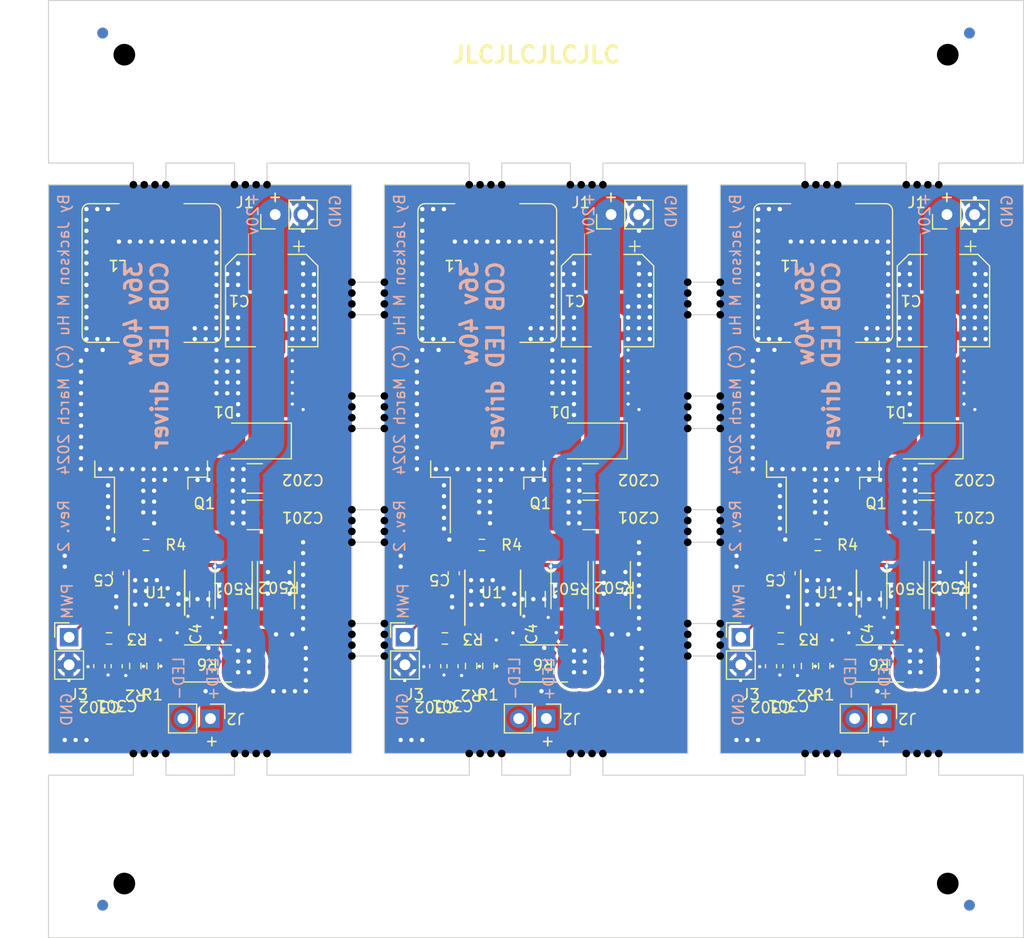
<source format=kicad_pcb>
(kicad_pcb (version 20240108) (generator "pcbnew") (generator_version "8.0")
  (layers (0 "F.Cu" signal) (31 "B.Cu" signal) (34 "B.Paste" user) (35 "F.Paste" user) (36 "B.SilkS" user "B.Silkscreen") (37 "F.SilkS" user "F.Silkscreen") (38 "B.Mask" user) (39 "F.Mask" user) (44 "Edge.Cuts" user))
  (net 0 "")
  (net 1 "Board_0-GND")
  (net 2 "Board_0-LED+")
  (net 3 "Board_0-LED-")
  (net 4 "Board_0-Net-(C301-Pad1)")
  (net 5 "Board_0-Net-(D1-A)")
  (net 6 "Board_0-Net-(Q1-G)")
  (net 7 "Board_0-Net-(Q1-S)")
  (net 8 "Board_0-Net-(U1-COMP)")
  (net 9 "Board_0-Net-(U1-ISW)")
  (net 10 "Board_0-Net-(U1-OVP)")
  (net 11 "Board_0-Net-(U1-VCC)")
  (net 12 "Board_0-SHDN")
  (net 13 "Board_0-VBUS")
  (net 14 "Board_1-GND")
  (net 15 "Board_1-LED+")
  (net 16 "Board_1-LED-")
  (net 17 "Board_1-Net-(C301-Pad1)")
  (net 18 "Board_1-Net-(D1-A)")
  (net 19 "Board_1-Net-(Q1-G)")
  (net 20 "Board_1-Net-(Q1-S)")
  (net 21 "Board_1-Net-(U1-COMP)")
  (net 22 "Board_1-Net-(U1-ISW)")
  (net 23 "Board_1-Net-(U1-OVP)")
  (net 24 "Board_1-Net-(U1-VCC)")
  (net 25 "Board_1-SHDN")
  (net 26 "Board_1-VBUS")
  (net 27 "Board_2-GND")
  (net 28 "Board_2-LED+")
  (net 29 "Board_2-LED-")
  (net 30 "Board_2-Net-(C301-Pad1)")
  (net 31 "Board_2-Net-(D1-A)")
  (net 32 "Board_2-Net-(Q1-G)")
  (net 33 "Board_2-Net-(Q1-S)")
  (net 34 "Board_2-Net-(U1-COMP)")
  (net 35 "Board_2-Net-(U1-ISW)")
  (net 36 "Board_2-Net-(U1-OVP)")
  (net 37 "Board_2-Net-(U1-VCC)")
  (net 38 "Board_2-SHDN")
  (net 39 "Board_2-VBUS")
  (footprint "Capacitor_SMD:C_1206_3216Metric_Pad1.33x1.80mm_HandSolder" (layer "F.Cu") (at 117.44 75.252 -90)
    (property "Reference" "C4")
    (property "Value" "10uF/50v")
  )
  (footprint "NPTH" (layer "F.Cu") (at 120.666666 36.9995)
    (property "Reference" "KiKit_MB_6_1" (hide yes))
    (property "Value" "NPTH" (hide yes))
  )
  (footprint "Connector_PinHeader_2.54mm:PinHeader_1x02_P2.54mm_Vertical" (layer "F.Cu") (at 167.4 78.7645)
    (property "Reference" "J3")
    (property "Value" "PWM")
  )
  (footprint "NPTH" (layer "F.Cu") (at 134.5 68.9995)
    (property "Reference" "KiKit_MB_11_2" (hide yes))
    (property "Value" "NPTH" (hide yes))
  )
  (footprint "NPTH" (layer "F.Cu") (at 144.333333 36.9995)
    (property "Reference" "KiKit_MB_17_3" (hide yes))
    (property "Value" "NPTH" (hide yes))
  )
  (footprint "NPTH" (layer "F.Cu") (at 165.5 79.4995)
    (property "Reference" "KiKit_MB_24_2" (hide yes))
    (property "Value" "NPTH" (hide yes))
  )
  (footprint "NPTH" (layer "F.Cu") (at 152.666666 89.4995)
    (property "Reference" "KiKit_MB_20_3" (hide yes))
    (property "Value" "NPTH" (hide yes))
  )
  (footprint "NPTH" (layer "F.Cu") (at 165.5 46.9995)
    (property "Reference" "KiKit_MB_21_3" (hide yes))
    (property "Value" "NPTH" (hide yes))
  )
  (footprint "NPTH" (layer "F.Cu") (at 131.5 66.9995)
    (property "Reference" "KiKit_MB_3_1" (hide yes))
    (property "Value" "NPTH" (hide yes))
  )
  (footprint "Package_TO_SOT_SMD:TO-263-2" (layer "F.Cu") (at 143.975 59.1745 90)
    (property "Reference" "Q1")
    (property "Value" "CRSS052N08N")
  )
  (footprint "NPTH" (layer "F.Cu") (at 162.5 79.4995)
    (property "Reference" "KiKit_MB_16_3" (hide yes))
    (property "Value" "NPTH" (hide yes))
  )
  (footprint "Connector_PinHeader_2.54mm:PinHeader_1x02_P2.54mm_Vertical" (layer "F.Cu") (at 105.4 78.7645)
    (property "Reference" "J3")
    (property "Value" "PWM")
  )
  (footprint "Connector_PinHeader_2.54mm:PinHeader_1x02_P2.54mm_Vertical" (layer "F.Cu") (at 180.445 86.2695 -90)
    (property "Reference" "J2")
    (property "Value" "LED")
  )
  (footprint "Resistor_SMD:R_0603_1608Metric_Pad0.98x0.95mm_HandSolder" (layer "F.Cu") (at 175.1 81.4195 90)
    (property "Reference" "R1")
    (property "Value" "4220k")
  )
  (footprint "Resistor_SMD:R_0603_1608Metric_Pad0.98x0.95mm_HandSolder" (layer "F.Cu") (at 174.5 70.2495)
    (property "Reference" "R4")
    (property "Value" "1k")
  )
  (footprint "NPTH" (layer "F.Cu") (at 162.5 48.9995)
    (property "Reference" "KiKit_MB_13_4" (hide yes))
    (property "Value" "NPTH" (hide yes))
  )
  (footprint "NPTH" (layer "F.Cu") (at 153.666666 89.4995)
    (property "Reference" "KiKit_MB_20_2" (hide yes))
    (property "Value" "NPTH" (hide yes))
  )
  (footprint "NPTH" (layer "F.Cu") (at 165.5 48.9995)
    (property "Reference" "KiKit_MB_21_1" (hide yes))
    (property "Value" "NPTH" (hide yes))
  )
  (footprint "Package_SO:SSOP-10_3.9x4.9mm_P1.00mm" (layer "F.Cu") (at 144.5 74.6495 90)
    (property "Reference" "U1")
    (property "Value" "CN5816")
  )
  (footprint "NPTH" (layer "F.Cu") (at 134.5 78.4995)
    (property "Reference" "KiKit_MB_12_3" (hide yes))
    (property "Value" "NPTH" (hide yes))
  )
  (footprint "NPTH" (layer "F.Cu") (at 165.5 78.4995)
    (property "Reference" "KiKit_MB_24_3" (hide yes))
    (property "Value" "NPTH" (hide yes))
  )
  (footprint "Capacitor_SMD:C_1206_3216Metric_Pad1.33x1.80mm_HandSolder" (layer "F.Cu") (at 179.44 75.252 -90)
    (property "Reference" "C4")
    (property "Value" "10uF/50v")
  )
  (footprint "Resistor_SMD:R_2512_6332Metric_Pad1.40x3.35mm_HandSolder" (layer "F.Cu") (at 151.59 73.9495 -90)
    (property "Reference" "R501")
    (property "Value" "0.09R/2w")
  )
  (footprint "NPTH" (layer "F.Cu") (at 134.5 79.4995)
    (property "Reference" "KiKit_MB_12_2" (hide yes))
    (property "Value" "NPTH" (hide yes))
  )
  (footprint "NPTH" (layer "F.Cu") (at 131.5 67.9995)
    (property "Reference" "KiKit_MB_3_2" (hide yes))
    (property "Value" "NPTH" (hide yes))
  )
  (footprint "NPTH" (layer "F.Cu") (at 162.5 46.9995)
    (property "Reference" "KiKit_MB_13_2" (hide yes))
    (property "Value" "NPTH" (hide yes))
  )
  (footprint "NPTH" (layer "F.Cu") (at 184.666666 89.4995)
    (property "Reference" "KiKit_MB_28_2" (hide yes))
    (property "Value" "NPTH" (hide yes))
  )
  (footprint "NPTH" (layer "F.Cu") (at 151.666666 89.4995)
    (property "Reference" "KiKit_MB_20_4" (hide yes))
    (property "Value" "NPTH" (hide yes))
  )
  (footprint "Capacitor_SMD:C_0603_1608Metric_Pad1.08x0.95mm_HandSolder" (layer "F.Cu") (at 140.9 72.862 -90)
    (property "Reference" "C5")
    (property "Value" "1nF")
  )
  (footprint "NPTH" (layer "F.Cu") (at 152.666666 36.9995)
    (property "Reference" "KiKit_MB_18_2" (hide yes))
    (property "Value" "NPTH" (hide yes))
  )
  (footprint "NPTH" (layer "F.Cu") (at 134.5 59.4995)
    (property "Reference" "KiKit_MB_10_1" (hide yes))
    (property "Value" "NPTH" (hide yes))
  )
  (footprint "NPTH" (layer "F.Cu") (at 131.5 57.4995)
    (property "Reference" "KiKit_MB_2_2" (hide yes))
    (property "Value" "NPTH" (hide yes))
  )
  (footprint "NPTH" (layer "F.Cu") (at 134.5 80.4995)
    (property "Reference" "KiKit_MB_12_1" (hide yes))
    (property "Value" "NPTH" (hide yes))
  )
  (footprint "NPTH" (layer "F.Cu") (at 134.5 69.9995)
    (property "Reference" "KiKit_MB_11_1" (hide yes))
    (property "Value" "NPTH" (hide yes))
  )
  (footprint "NPTH" (layer "F.Cu") (at 151.666666 36.9995)
    (property "Reference" "KiKit_MB_18_1" (hide yes))
    (property "Value" "NPTH" (hide yes))
  )
  (footprint "NPTH" (layer "F.Cu") (at 131.5 78.4995)
    (property "Reference" "KiKit_MB_4_2" (hide yes))
    (property "Value" "NPTH" (hide yes))
  )
  (footprint "Resistor_SMD:R_0603_1608Metric_Pad0.98x0.95mm_HandSolder" (layer "F.Cu") (at 143.5 70.2495)
    (property "Reference" "R4")
    (property "Value" "1k")
  )
  (footprint "Fiducial" (layer "F.Cu") (at 108.5 103.4995)
    (property "Reference" "KiKit_FID_T_3" (hide yes))
    (property "Value" "Fiducial" (hide yes))
  )
  (footprint "NPTH" (layer "F.Cu") (at 183.666666 36.9995)
    (property "Reference" "KiKit_MB_26_2" (hide yes))
    (property "Value" "NPTH" (hide yes))
  )
  (footprint "Resistor_SMD:R_2512_6332Metric_Pad1.40x3.35mm_HandSolder" (layer "F.Cu") (at 149.22 81.1895 180)
    (property "Reference" "R6")
    (property "Value" "0.15R/2w")
  )
  (footprint "NPTH" (layer "F.Cu") (at 165.5 45.9995)
    (property "Reference" "KiKit_MB_21_4" (hide yes))
    (property "Value" "NPTH" (hide yes))
  )
  (footprint "NPTH" (layer "F.Cu") (at 131.5 46.9995)
    (property "Reference" "KiKit_MB_1_2" (hide yes))
    (property "Value" "NPTH" (hide yes))
  )
  (footprint "NPTH" (layer "F.Cu") (at 134.5 67.9995)
    (property "Reference" "KiKit_MB_11_3" (hide yes))
    (property "Value" "NPTH" (hide yes))
  )
  (footprint "Resistor_SMD:R_2512_6332Metric_Pad1.40x3.35mm_HandSolder" (layer "F.Cu") (at 155.5 73.9495 -90)
    (property "Reference" "R502")
    (property "Value" "0.09R/2w")
  )
  (footprint "NPTH" (layer "F.Cu") (at 174.333333 89.4995)
    (property "Reference" "KiKit_MB_27_3" (hide yes))
    (property "Value" "NPTH" (hide yes))
  )
  (footprint "NPTH" (layer "F.Cu") (at 123.666666 89.4995)
    (property "Reference" "KiKit_MB_8_1" (hide yes))
    (property "Value" "NPTH" (hide yes))
  )
  (footprint "NPTH" (layer "F.Cu") (at 131.5 69.9995)
    (property "Reference" "KiKit_MB_3_4" (hide yes))
    (property "Value" "NPTH" (hide yes))
  )
  (footprint "NPTH" (layer "F.Cu") (at 143.333333 89.4995)
    (property "Reference" "KiKit_MB_19_3" (hide yes))
    (property "Value" "NPTH" (hide yes))
  )
  (footprint "NPTH" (layer "F.Cu") (at 111.333334 89.4995)
    (property "Reference" "KiKit_MB_7_4" (hide yes))
    (property "Value" "NPTH" (hide yes))
  )
  (footprint "NPTH" (layer "F.Cu") (at 122.666666 89.4995)
    (property "Reference" "KiKit_MB_8_2" (hide yes))
    (property "Value" "NPTH" (hide yes))
  )
  (footprint "NPTH" (layer "F.Cu") (at 120.666666 89.4995)
    (property "Reference" "KiKit_MB_8_4" (hide yes))
    (property "Value" "NPTH" (hide yes))
  )
  (footprint "Resistor_SMD:R_2512_6332Metric_Pad1.40x3.35mm_HandSolder" (layer "F.Cu") (at 120.59 73.9495 -90)
    (property "Reference" "R501")
    (property "Value" "0.09R/2w")
  )
  (footprint "Capacitor_SMD:C_0603_1608Metric_Pad1.08x0.95mm_HandSolder" (layer "F.Cu") (at 139.19 81.4395 -90)
    (property "Reference" "C302")
    (property "Value" "1nF")
  )
  (footprint "NPTH" (layer "F.Cu") (at 182.666666 36.9995)
    (property "Reference" "KiKit_MB_26_1" (hide yes))
    (property "Value" "NPTH" (hide yes))
  )
  (footprint "NPTH" (layer "F.Cu") (at 110.5 25)
    (property "Reference" "KiKit_TO_1" (hide yes))
    (property "Value" "NPTH" (hide yes))
  )
  (footprint "Diode_SMD:D_SMA" (layer "F.Cu") (at 184.4 60.6495 180)
    (property "Reference" "D1")
    (property "Value" "C434027")
  )
  (footprint "Capacitor_SMD:C_0603_1608Metric_Pad1.08x0.95mm_HandSolder" (layer "F.Cu") (at 171.9 72.862 -90)
    (property "Reference" "C5")
    (property "Value" "1nF")
  )
  (footprint "NPTH" (layer "F.Cu") (at 134.5 46.9995)
    (property "Reference" "KiKit_MB_9_3" (hide yes))
    (property "Value" "NPTH" (hide yes))
  )
  (footprint "NPTH" (layer "F.Cu") (at 184.666666 36.9995)
    (property "Reference" "KiKit_MB_26_3" (hide yes))
    (property "Value" "NPTH" (hide yes))
  )
  (footprint "NPTH" (layer "F.Cu") (at 123.666666 36.9995)
    (property "Reference" "KiKit_MB_6_4" (hide yes))
    (property "Value" "NPTH" (hide yes))
  )
  (footprint "NPTH" (layer "F.Cu") (at 162.5 66.9995)
    (property "Reference" "KiKit_MB_15_1" (hide yes))
    (property "Value" "NPTH" (hide yes))
  )
  (footprint "Connector_PinHeader_2.54mm:PinHeader_1x02_P2.54mm_Vertical" (layer "F.Cu") (at 149.445 86.2695 -90)
    (property "Reference" "J2")
    (property "Value" "LED")
  )
  (footprint "NPTH" (layer "F.Cu") (at 131.5 68.9995)
    (property "Reference" "KiKit_MB_3_3" (hide yes))
    (property "Value" "NPTH" (hide yes))
  )
  (footprint "Capacitor_SMD:C_1210_3225Metric_Pad1.33x2.70mm_HandSolder" (layer "F.Cu") (at 122.53 67.4795 180)
    (property "Reference" "C201")
    (property "Value" "10uF/63v")
  )
  (footprint "NPTH" (layer "F.Cu") (at 165.5 57.4995)
    (property "Reference" "KiKit_MB_22_3" (hide yes))
    (property "Value" "NPTH" (hide yes))
  )
  (footprint "Inductor_SMD:L_TaiTech_TMPC1265_13.5x12.5mm" (layer "F.Cu") (at 175 45.1495 -90)
    (property "Reference" "L1")
    (property "Value" "FXL1365-820-M")
  )
  (footprint "NPTH" (layer "F.Cu") (at 173.333333 89.4995)
    (property "Reference" "KiKit_MB_27_4" (hide yes))
    (property "Value" "NPTH" (hide yes))
  )
  (footprint "NPTH" (layer "F.Cu") (at 131.5 56.4995)
    (property "Reference" "KiKit_MB_2_1" (hide yes))
    (property "Value" "NPTH" (hide yes))
  )
  (footprint "NPTH" (layer "F.Cu") (at 112.333334 36.9995)
    (property "Reference" "KiKit_MB_5_2" (hide yes))
    (property "Value" "NPTH" (hide yes))
  )
  (footprint "NPTH" (layer "F.Cu") (at 185.666666 36.9995)
    (property "Reference" "KiKit_MB_26_4" (hide yes))
    (property "Value" "NPTH" (hide yes))
  )
  (footprint "Package_TO_SOT_SMD:TO-263-2" (layer "F.Cu") (at 174.975 59.1745 90)
    (property "Reference" "Q1")
    (property "Value" "CRSS052N08N")
  )
  (footprint "NPTH" (layer "F.Cu") (at 122.666666 36.9995)
    (property "Reference" "KiKit_MB_6_3" (hide yes))
    (property "Value" "NPTH" (hide yes))
  )
  (footprint "Connector_PinHeader_2.54mm:PinHeader_1x02_P2.54mm_Vertical" (layer "F.Cu") (at 124.425 39.7495 90)
    (property "Reference" "J1")
    (property "Value" "PWR")
  )
  (footprint "NPTH" (layer "F.Cu") (at 165.5 47.9995)
    (property "Reference" "KiKit_MB_21_2" (hide yes))
    (property "Value" "NPTH" (hide yes))
  )
  (footprint "Resistor_SMD:R_0603_1608Metric_Pad0.98x0.95mm_HandSolder" (layer "F.Cu") (at 140.09 78.877 180)
    (property "Reference" "R3")
    (property "Value" "5.8k")
  )
  (footprint "NPTH" (layer "F.Cu") (at 162.5 57.4995)
    (property "Reference" "KiKit_MB_14_2" (hide yes))
    (property "Value" "NPTH" (hide yes))
  )
  (footprint "NPTH" (layer "F.Cu") (at 134.5 47.9995)
    (property "Reference" "KiKit_MB_9_2" (hide yes))
    (property "Value" "NPTH" (hide yes))
  )
  (footprint "NPTH" (layer "F.Cu") (at 173.333333 36.9995)
    (property "Reference" "KiKit_MB_25_1" (hide yes))
    (property "Value" "NPTH" (hide yes))
  )
  (footprint "NPTH" (layer "F.Cu") (at 153.666666 36.9995)
    (property "Reference" "KiKit_MB_18_3" (hide yes))
    (property "Value" "NPTH" (hide yes))
  )
  (footprint "Resistor_SMD:R_0603_1608Metric_Pad0.98x0.95mm_HandSolder" (layer "F.Cu") (at 142.51 81.4195 -90)
    (property "Reference" "R2")
    (property "Value" "100k")
  )
  (footprint "NPTH" (layer "F.Cu") (at 113.333334 36.9995)
    (property "Reference" "KiKit_MB_5_3" (hide yes))
    (property "Value" "NPTH" (hide yes))
  )
  (footprint "NPTH" (layer "F.Cu") (at 162.5 80.4995)
    (property "Reference" "KiKit_MB_16_4" (hide yes))
    (property "Value" "NPTH" (hide yes))
  )
  (footprint "Resistor_SMD:R_0603_1608Metric_Pad0.98x0.95mm_HandSolder" (layer "F.Cu") (at 113.1 81.4195 90)
    (property "Reference" "R1")
    (property "Value" "4220k")
  )
  (footprint "NPTH" (layer "F.Cu") (at 183.666666 89.4995)
    (property "Reference" "KiKit_MB_28_3" (hide yes))
    (property "Value" "NPTH" (hide yes))
  )
  (footprint "NPTH" (layer "F.Cu") (at 131.5 59.4995)
    (property "Reference" "KiKit_MB_2_4" (hide yes))
    (property "Value" "NPTH" (hide yes))
  )
  (footprint "Capacitor_SMD:C_1210_3225Metric_Pad1.33x2.70mm_HandSolder" (layer "F.Cu") (at 184.53 67.4795 180)
    (property "Reference" "C201")
    (property "Value" "10uF/63v")
  )
  (footprint "Resistor_SMD:R_2512_6332Metric_Pad1.40x3.35mm_HandSolder" (layer "F.Cu") (at 180.22 81.1895 180)
    (property "Reference" "R6")
    (property "Value" "0.15R/2w")
  )
  (footprint "Capacitor_SMD:C_1210_3225Metric_Pad1.33x2.70mm_HandSolder" (layer "F.Cu") (at 153.53 64.1095 180)
    (property "Reference" "C202")
    (property "Value" "10uF/63v")
  )
  (footprint "Connector_PinHeader_2.54mm:PinHeader_1x02_P2.54mm_Vertical" (layer "F.Cu") (at 118.445 86.2695 -90)
    (property "Reference" "J2")
    (property "Value" "LED")
  )
  (footprint "NPTH" (layer "F.Cu") (at 165.5 68.9995)
    (property "Reference" "KiKit_MB_23_2" (hide yes))
    (property "Value" "NPTH" (hide yes))
  )
  (footprint "NPTH" (layer "F.Cu") (at 175.333333 36.9995)
    (property "Reference" "KiKit_MB_25_3" (hide yes))
    (property "Value" "NPTH" (hide yes))
  )
  (footprint "Inductor_SMD:L_TaiTech_TMPC1265_13.5x12.5mm" (layer "F.Cu") (at 144 45.1495 -90)
    (property "Reference" "L1")
    (property "Value" "FXL1365-820-M")
  )
  (footprint "NPTH" (layer "F.Cu") (at 134.5 48.9995)
    (property "Reference" "KiKit_MB_9_1" (hide yes))
    (property "Value" "NPTH" (hide yes))
  )
  (footprint "Resistor_SMD:R_0603_1608Metric_Pad0.98x0.95mm_HandSolder" (layer "F.Cu") (at 173.51 81.4195 -90)
    (property "Reference" "R2")
    (property "Value" "100k")
  )
  (footprint "Resistor_SMD:R_0603_1608Metric_Pad0.98x0.95mm_HandSolder" (layer "F.Cu") (at 171.09 78.877 180)
    (property "Reference" "R3")
    (property "Value" "5.8k")
  )
  (footprint "NPTH" (layer "F.Cu") (at 165.5 59.4995)
    (property "Reference" "KiKit_MB_22_1" (hide yes))
    (property "Value" "NPTH" (hide yes))
  )
  (footprint "Connector_PinHeader_2.54mm:PinHeader_1x02_P2.54mm_Vertical" (layer "F.Cu") (at 186.425 39.7495 90)
    (property "Reference" "J1")
    (property "Value" "PWR")
  )
  (footprint "Capacitor_SMD:C_0603_1608Metric_Pad1.08x0.95mm_HandSolder" (layer "F.Cu") (at 170.19 81.4395 -90)
    (property "Reference" "C302")
    (property "Value" "1nF")
  )
  (footprint "NPTH" (layer "F.Cu") (at 112.333334 89.4995)
    (property "Reference" "KiKit_MB_7_3" (hide yes))
    (property "Value" "NPTH" (hide yes))
  )
  (footprint "NPTH" (layer "F.Cu") (at 165.5 67.9995)
    (property "Reference" "KiKit_MB_23_3" (hide yes))
    (property "Value" "NPTH" (hide yes))
  )
  (footprint "Package_SO:SSOP-10_3.9x4.9mm_P1.00mm" (layer "F.Cu") (at 113.5 74.6495 90)
    (property "Reference" "U1")
    (property "Value" "CN5816")
  )
  (footprint "Capacitor_SMD:C_0603_1608Metric_Pad1.08x0.95mm_HandSolder" (layer "F.Cu") (at 140.79 81.4395 -90)
    (property "Reference" "C301")
    (property "Value" "120nF")
  )
  (footprint "Connector_PinHeader_2.54mm:PinHeader_1x02_P2.54mm_Vertical" (layer "F.Cu") (at 136.4 78.7645)
    (property "Reference" "J3")
    (property "Value" "PWM")
  )
  (footprint "NPTH" (layer "F.Cu") (at 165.5 56.4995)
    (property "Reference" "KiKit_MB_22_4" (hide yes))
    (property "Value" "NPTH" (hide yes))
  )
  (footprint "NPTH" (layer "F.Cu") (at 144.333333 89.4995)
    (property "Reference" "KiKit_MB_19_2" (hide yes))
    (property "Value" "NPTH" (hide yes))
  )
  (footprint "NPTH" (layer "F.Cu") (at 162.5 45.9995)
    (property "Reference" "KiKit_MB_13_1" (hide yes))
    (property "Value" "NPTH" (hide yes))
  )
  (footprint "NPTH" (layer "F.Cu") (at 111.333334 36.9995)
    (property "Reference" "KiKit_MB_5_1" (hide yes))
    (property "Value" "NPTH" (hide yes))
  )
  (footprint "NPTH" (layer "F.Cu") (at 182.666666 89.4995)
    (property "Reference" "KiKit_MB_28_4" (hide yes))
    (property "Value" "NPTH" (hide yes))
  )
  (footprint "NPTH" (layer "F.Cu") (at 131.5 79.4995)
    (property "Reference" "KiKit_MB_4_3" (hide yes))
    (property "Value" "NPTH" (hide yes))
  )
  (footprint "NPTH" (layer "F.Cu") (at 165.5 80.4995)
    (property "Reference" "KiKit_MB_24_1" (hide yes))
    (property "Value" "NPTH" (hide yes))
  )
  (footprint "NPTH" (layer "F.Cu") (at 142.333333 89.4995)
    (property "Reference" "KiKit_MB_19_4" (hide yes))
    (property "Value" "NPTH" (hide yes))
  )
  (footprint "Fiducial" (layer "F.Cu") (at 188.5 103.4995)
    (property "Reference" "KiKit_FID_T_4" (hide yes))
    (property "Value" "Fiducial" (hide yes))
  )
  (footprint "Capacitor_SMD:CP_Elec_8x10" (layer "F.Cu") (at 155.1 47.692 -90)
    (property "Reference" "C1")
    (property "Value" "100uF")
  )
  (footprint "NPTH" (layer "F.Cu") (at 176.333333 36.9995)
    (property "Reference" "KiKit_MB_25_4" (hide yes))
    (property "Value" "NPTH" (hide yes))
  )
  (footprint "Resistor_SMD:R_2512_6332Metric_Pad1.40x3.35mm_HandSolder" (layer "F.Cu") (at 186.5 73.9495 -90)
    (property "Reference" "R502")
    (property "Value" "0.09R/2w")
  )
  (footprint "NPTH" (layer "F.Cu") (at 134.5 57.4995)
    (property "Reference" "KiKit_MB_10_3" (hide yes))
    (property "Value" "NPTH" (hide yes))
  )
  (footprint "Capacitor_SMD:C_1210_3225Metric_Pad1.33x2.70mm_HandSolder" (layer "F.Cu") (at 153.53 67.4795 180)
    (property "Reference" "C201")
    (property "Value" "10uF/63v")
  )
  (footprint "Connector_PinHeader_2.54mm:PinHeader_1x02_P2.54mm_Vertical" (layer "F.Cu") (at 155.425 39.7495 90)
    (property "Reference" "J1")
    (property "Value" "PWR")
  )
  (footprint "Diode_SMD:D_SMA" (layer "F.Cu") (at 122.4 60.6495 180)
    (property "Reference" "D1")
    (property "Value" "C434027")
  )
  (footprint "NPTH" (layer "F.Cu") (at 145.333333 89.4995)
    (property "Reference" "KiKit_MB_19_1" (hide yes))
    (property "Value" "NPTH" (hide yes))
  )
  (footprint "NPTH" (layer "F.Cu") (at 134.5 66.9995)
    (property "Reference" "KiKit_MB_11_4" (hide yes))
    (property "Value" "NPTH" (hide yes))
  )
  (footprint "Package_TO_SOT_SMD:TO-263-2" (layer "F.Cu") (at 112.975 59.1745 90)
    (property "Reference" "Q1")
    (property "Value" "CRSS052N08N")
  )
  (footprint "Capacitor_SMD:C_1210_3225Metric_Pad1.33x2.70mm_HandSolder" (layer "F.Cu") (at 184.53 64.1095 180)
    (property "Reference" "C202")
    (property "Value" "10uF/63v")
  )
  (footprint "NPTH" (layer "F.Cu") (at 162.5 68.9995)
    (property "Reference" "KiKit_MB_15_3" (hide yes))
    (property "Value" "NPTH" (hide yes))
  )
  (footprint "NPTH" (layer "F.Cu") (at 131.5 48.9995)
    (property "Reference" "KiKit_MB_1_4" (hide yes))
    (property "Value" "NPTH" (hide yes))
  )
  (footprint "NPTH" (layer "F.Cu") (at 162.5 67.9995)
    (property "Reference" "KiKit_MB_15_2" (hide yes))
    (property "Value" "NPTH" (hide yes))
  )
  (footprint "NPTH" (layer "F.Cu") (at 165.5 66.9995)
    (property "Reference" "KiKit_MB_23_4" (hide yes))
    (property "Value" "NPTH" (hide yes))
  )
  (footprint "NPTH" (layer "F.Cu") (at 176.333333 89.4995)
    (property "Reference" "KiKit_MB_27_1" (hide yes))
    (property "Value" "NPTH" (hide yes))
  )
  (footprint "Diode_SMD:D_SMA" (layer "F.Cu") (at 153.4 60.6495 180)
    (property "Reference" "D1")
    (property "Value" "C434027")
  )
  (footprint "NPTH" (layer "F.Cu") (at 131.5 77.4995)
    (property "Reference" "KiKit_MB_4_1" (hide yes))
    (property "Value" "NPTH" (hide yes))
  )
  (footprint "NPTH" (layer "F.Cu") (at 131.5 58.4995)
    (property "Reference" "KiKit_MB_2_3" (hide yes))
    (property "Value" "NPTH" (hide yes))
  )
  (footprint "Capacitor_SMD:C_0603_1608Metric_Pad1.08x0.95mm_HandSolder" (layer "F.Cu") (at 109.9 72.862 -90)
    (property "Reference" "C5")
    (property "Value" "1nF")
  )
  (footprint "NPTH" (layer "F.Cu") (at 113.333334 89.4995)
    (property "Reference" "KiKit_MB_7_2" (hide yes))
    (property "Value" "NPTH" (hide yes))
  )
  (footprint "Capacitor_SMD:C_0603_1608Metric_Pad1.08x0.95mm_HandSolder" (layer "F.Cu") (at 171.79 81.4395 -90)
    (property "Reference" "C301")
    (property "Value" "120nF")
  )
  (footprint "Resistor_SMD:R_0603_1608Metric_Pad0.98x0.95mm_HandSolder" (layer "F.Cu") (at 109.09 78.877 180)
    (property "Reference" "R3")
    (property "Value" "5.8k")
  )
  (footprint "Resistor_SMD:R_2512_6332Metric_Pad1.40x3.35mm_HandSolder" (layer "F.Cu") (at 124.5 73.9495 -90)
    (property "Reference" "R502")
    (property "Value" "0.09R/2w")
  )
  (footprint "Resistor_SMD:R_0603_1608Metric_Pad0.98x0.95mm_HandSolder" (layer "F.Cu") (at 112.5 70.2495)
    (property "Reference" "R4")
    (property "Value" "1k")
  )
  (footprint "Capacitor_SMD:C_1210_3225Metric_Pad1.33x2.70mm_HandSolder" (layer "F.Cu") (at 122.53 64.1095 180)
    (property "Reference" "C202")
    (property "Value" "10uF/63v")
  )
  (footprint "NPTH" (layer "F.Cu") (at 175.333333 89.4995)
    (property "Reference" "KiKit_MB_27_2" (hide yes))
    (property "Value" "NPTH" (hide yes))
  )
  (footprint "NPTH" (layer "F.Cu") (at 131.5 80.4995)
    (property "Reference" "KiKit_MB_4_4" (hide yes))
    (property "Value" "NPTH" (hide yes))
  )
  (footprint "NPTH" (layer "F.Cu") (at 121.666666 89.4995)
    (property "Reference" "KiKit_MB_8_3" (hide yes))
    (property "Value" "NPTH" (hide yes))
  )
  (footprint "NPTH" (layer "F.Cu") (at 134.5 56.4995)
    (property "Reference" "KiKit_MB_10_4" (hide yes))
    (property "Value" "NPTH" (hide yes))
  )
  (footprint "Fiducial" (layer "F.Cu") (at 188.5 23)
    (property "Reference" "KiKit_FID_T_2" (hide yes))
    (property "Value" "Fiducial" (hide yes))
  )
  (footprint "NPTH" (layer "F.Cu") (at 154.666666 36.9995)
    (property "Reference" "KiKit_MB_18_4" (hide yes))
    (property "Value" "NPTH" (hide yes))
  )
  (footprint "NPTH" (layer "F.Cu") (at 143.333333 36.9995)
    (property "Reference" "KiKit_MB_17_2" (hide yes))
    (property "Value" "NPTH" (hide yes))
  )
  (footprint "NPTH" (layer "F.Cu") (at 134.5 77.4995)
    (property "Reference" "KiKit_MB_12_4" (hide yes))
    (property "Value" "NPTH" (hide yes))
  )
  (footprint "NPTH" (layer "F.Cu") (at 162.5 69.9995)
    (property "Reference" "KiKit_MB_15_4" (hide yes))
    (property "Value" "NPTH" (hide yes))
  )
  (footprint "NPTH" (layer "F.Cu") (at 165.5 58.4995)
    (property "Reference" "KiKit_MB_22_2" (hide yes))
    (property "Value" "NPTH" (hide yes))
  )
  (footprint "Inductor_SMD:L_TaiTech_TMPC1265_13.5x12.5mm" (layer "F.Cu") (at 113 45.1495 -90)
    (property "Reference" "L1")
    (property "Value" "FXL1365-820-M")
  )
  (footprint "Resistor_SMD:R_0603_1608Metric_Pad0.98x0.95mm_HandSolder" (layer "F.Cu") (at 111.51 81.4195 -90)
    (property "Reference" "R2")
    (property "Value" "100k")
  )
  (footprint "NPTH" (layer "F.Cu") (at 165.5 77.4995)
    (property "Reference" "KiKit_MB_24_4" (hide yes))
    (property "Value" "NPTH" (hide yes))
  )
  (footprint "NPTH" (layer "F.Cu") (at 131.5 47.9995)
    (property "Reference" "KiKit_MB_1_3" (hide yes))
    (property "Value" "NPTH" (hide yes))
  )
  (footprint "NPTH" (layer "F.Cu") (at 114.333334 36.9995)
    (property "Reference" "KiKit_MB_5_4" (hide yes))
    (property "Value" "NPTH" (hide yes))
  )
  (footprint "NPTH" (layer "F.Cu") (at 110.5 101.4995)
    (property "Reference" "KiKit_TO_3" (hide yes))
    (property "Value" "NPTH" (hide yes))
  )
  (footprint "NPTH" (layer "F.Cu") (at 154.666666 89.4995)
    (property "Reference" "KiKit_MB_20_1" (hide yes))
    (property "Value" "NPTH" (hide yes))
  )
  (footprint "NPTH" (layer "F.Cu") (at 162.5 78.4995)
    (property "Reference" "KiKit_MB_16_2" (hide yes))
    (property "Value" "NPTH" (hide yes))
  )
  (footprint "NPTH" (layer "F.Cu") (at 114.333334 89.4995)
    (property "Reference" "KiKit_MB_7_1" (hide yes))
    (property "Value" "NPTH" (hide yes))
  )
  (footprint "Capacitor_SMD:C_1206_3216Metric_Pad1.33x1.80mm_HandSolder" (layer "F.Cu") (at 148.44 75.252 -90)
    (property "Reference" "C4")
    (property "Value" "10uF/50v")
  )
  (footprint "NPTH" (layer "F.Cu") (at 162.5 59.4995)
    (property "Reference" "KiKit_MB_14_4" (hide yes))
    (property "Value" "NPTH" (hide yes))
  )
  (footprint "Capacitor_SMD:C_0603_1608Metric_Pad1.08x0.95mm_HandSolder" (layer "F.Cu") (at 109.79 81.4395 -90)
    (property "Reference" "C301")
    (property "Value" "120nF")
  )
  (footprint "NPTH" (layer "F.Cu") (at 186.5 101.4995)
    (property "Reference" "KiKit_TO_4" (hide yes))
    (property "Value" "NPTH" (hide yes))
  )
  (footprint "NPTH" (layer "F.Cu") (at 121.666666 36.9995)
    (property "Reference" "KiKit_MB_6_2" (hide yes))
    (property "Value" "NPTH" (hide yes))
  )
  (footprint "Capacitor_SMD:CP_Elec_8x10" (layer "F.Cu") (at 186.1 47.692 -90)
    (property "Reference" "C1")
    (property "Value" "100uF")
  )
  (footprint "NPTH" (layer "F.Cu") (at 162.5 77.4995)
    (property "Reference" "KiKit_MB_16_1" (hide yes))
    (property "Value" "NPTH" (hide yes))
  )
  (footprint "Capacitor_SMD:CP_Elec_8x10" (layer "F.Cu") (at 124.1 47.692 -90)
    (property "Reference" "C1")
    (property "Value" "100uF")
  )
  (footprint "NPTH" (layer "F.Cu") (at 162.5 56.4995)
    (property "Reference" "KiKit_MB_14_1" (hide yes))
    (property "Value" "NPTH" (hide yes))
  )
  (footprint "Resistor_SMD:R_2512_6332Metric_Pad1.40x3.35mm_HandSolder" (layer "F.Cu") (at 118.22 81.1895 180)
    (property "Reference" "R6")
    (property "Value" "0.15R/2w")
  )
  (footprint "Fiducial" (layer "F.Cu") (at 108.5 23)
    (property "Reference" "KiKit_FID_T_1" (hide yes))
    (property "Value" "Fiducial" (hide yes))
  )
  (footprint "Resistor_SMD:R_2512_6332Metric_Pad1.40x3.35mm_HandSolder" (layer "F.Cu") (at 182.59 73.9495 -90)
    (property "Reference" "R501")
    (property "Value" "0.09R/2w")
  )
  (footprint "Package_SO:SSOP-10_3.9x4.9mm_P1.00mm" (layer "F.Cu") (at 175.5 74.6495 90)
    (property "Reference" "U1")
    (property "Value" "CN5816")
  )
  (footprint "NPTH" (layer "F.Cu") (at 134.5 45.9995)
    (property "Reference" "KiKit_MB_9_4" (hide yes))
    (property "Value" "NPTH" (hide yes))
  )
  (footprint "NPTH" (layer "F.Cu") (at 145.333333 36.9995)
    (property "Reference" "KiKit_MB_17_4" (hide yes))
    (property "Value" "NPTH" (hide yes))
  )
  (footprint "NPTH" (layer "F.Cu") (at 174.333333 36.9995)
    (property "Reference" "KiKit_MB_25_2" (hide yes))
    (property "Value" "NPTH" (hide yes))
  )
  (footprint "NPTH" (layer "F.Cu") (at 162.5 47.9995)
    (property "Reference" "KiKit_MB_13_3" (hide yes))
    (property "Value" "NPTH" (hide yes))
  )
  (footprint "NPTH" (layer "F.Cu") (at 185.666666 89.4995)
    (property "Reference" "KiKit_MB_28_1" (hide yes))
    (property "Value" "NPTH" (hide yes))
  )
  (footprint "Capacitor_SMD:C_0603_1608Metric_Pad1.08x0.95mm_HandSolder" (layer "F.Cu") (at 108.19 81.4395 -90)
    (property "Reference" "C302")
    (property "Value" "1nF")
  )
  (footprint "NPTH" (layer "F.Cu") (at 186.5 25)
    (property "Reference" "KiKit_TO_2" (hide yes))
    (property "Value" "NPTH" (hide yes))
  )
  (footprint "NPTH" (layer "F.Cu") (at 142.333333 36.9995)
    (property "Reference" "KiKit_MB_17_1" (hide yes))
    (property "Value" "NPTH" (hide yes))
  )
  (footprint "NPTH" (layer "F.Cu") (at 134.5 58.4995)
    (property "Reference" "KiKit_MB_10_2" (hide yes))
    (property "Value" "NPTH" (hide yes))
  )
  (footprint "NPTH" (layer "F.Cu") (at 162.5 58.4995)
    (property "Reference" "KiKit_MB_14_3" (hide yes))
    (property "Value" "NPTH" (hide yes))
  )
  (footprint "Resistor_SMD:R_0603_1608Metric_Pad0.98x0.95mm_HandSolder" (layer "F.Cu") (at 144.1 81.4195 90)
    (property "Reference" "R1")
    (property "Value" "4220k")
  )
  (footprint "NPTH" (layer "F.Cu") (at 131.5 45.9995)
    (property "Reference" "KiKit_MB_1_1" (hide yes))
    (property "Value" "NPTH" (hide yes))
  )
  (footprint "NPTH" (layer "F.Cu") (at 165.5 69.9995)
    (property "Reference" "KiKit_MB_23_1" (hide yes))
    (property "Value" "NPTH" (hide yes))
  )
  (footprint "Fiducial" (layer "B.Cu") (at 108.5 23)
    (property "Reference" "KiKit_FID_B_1" (hide yes))
    (property "Value" "Fiducial" (hide yes))
  )
  (footprint "Fiducial" (layer "B.Cu") (at 188.5 23)
    (property "Reference" "KiKit_FID_B_2" (hide yes))
    (property "Value" "Fiducial" (hide yes))
  )
  (footprint "Fiducial" (layer "B.Cu") (at 108.5 103.4995)
    (property "Reference" "KiKit_FID_B_3" (hide yes))
    (property "Value" "Fiducial" (hide yes))
  )
  (footprint "Fiducial" (layer "B.Cu") (at 188.5 103.4995)
    (property "Reference" "KiKit_FID_B_4" (hide yes))
    (property "Value" "Fiducial" (hide yes))
  )
  (gr_line (start 164 66.9995) (end 162.5 66.9995) (stroke (width 0.1)) (layer "Edge.Cuts"))
  (gr_line (start 134.5 77.4995) (end 133 77.4995) (stroke (width 0.1)) (layer "Edge.Cuts"))
  (gr_line (start 165.5 80.4995) (end 165.5 89.4995) (stroke (width 0.1)) (layer "Edge.Cuts"))
  (gr_line (start 162.5 69.9995) (end 164 69.9995) (stroke (width 0.1)) (layer "Edge.Cuts"))
  (gr_line (start 131.5 89.4995) (end 131.5 80.4995) (stroke (width 0.1)) (layer "Edge.Cuts"))
  (gr_line (start 164 77.4995) (end 162.5 77.4995) (stroke (width 0.1)) (layer "Edge.Cuts"))
  (gr_line (start 182.666666 91.4995) (end 176.333333 91.4995) (stroke (width 0.1)) (layer "Edge.Cuts"))
  (gr_line (start 131.5 59.4995) (end 133 59.4995) (stroke (width 0.1)) (layer "Edge.Cuts"))
  (gr_line (start 111.333333 35) (end 111.333333 36.9995) (stroke (width 0.1)) (layer "Edge.Cuts"))
  (gr_line (start 154.666666 36.9995) (end 154.666666 35) (stroke (width 0.1)) (layer "Edge.Cuts"))
  (gr_line (start 173.333333 91.4995) (end 154.666666 91.4995) (stroke (width 0.1)) (layer "Edge.Cuts"))
  (gr_line (start 123.666666 89.4995) (end 131.5 89.4995) (stroke (width 0.1)) (layer "Edge.Cuts"))
  (gr_line (start 193.5 35) (end 193.5 20) (stroke (width 0.1)) (layer "Edge.Cuts"))
  (gr_line (start 162.5 48.9995) (end 164 48.9995) (stroke (width 0.1)) (layer "Edge.Cuts"))
  (gr_line (start 145.333333 91.4995) (end 145.333333 89.4995) (stroke (width 0.1)) (layer "Edge.Cuts"))
  (gr_line (start 151.666666 89.4995) (end 151.666666 91.4995) (stroke (width 0.1)) (layer "Edge.Cuts"))
  (gr_line (start 114.333333 89.4995) (end 120.666666 89.4995) (stroke (width 0.1)) (layer "Edge.Cuts"))
  (gr_line (start 131.5 69.9995) (end 133 69.9995) (stroke (width 0.1)) (layer "Edge.Cuts"))
  (gr_line (start 134.5 80.4995) (end 134.5 89.4995) (stroke (width 0.1)) (layer "Edge.Cuts"))
  (gr_line (start 134.5 56.4995) (end 133 56.4995) (stroke (width 0.1)) (layer "Edge.Cuts"))
  (gr_line (start 185.666666 89.4995) (end 193.5 89.4995) (stroke (width 0.1)) (layer "Edge.Cuts"))
  (gr_line (start 165.5 36.9995) (end 165.5 45.9995) (stroke (width 0.1)) (layer "Edge.Cuts"))
  (gr_line (start 173.333333 35) (end 173.333333 36.9995) (stroke (width 0.1)) (layer "Edge.Cuts"))
  (gr_line (start 103.5 36.9995) (end 103.5 89.4995) (stroke (width 0.1)) (layer "Edge.Cuts"))
  (gr_line (start 131.5 80.4995) (end 133 80.4995) (stroke (width 0.1)) (layer "Edge.Cuts"))
  (gr_line (start 120.666666 36.9995) (end 114.333333 36.9995) (stroke (width 0.1)) (layer "Edge.Cuts"))
  (gr_line (start 103.5 89.4995) (end 111.333333 89.4995) (stroke (width 0.1)) (layer "Edge.Cuts"))
  (gr_line (start 193.5 91.4995) (end 185.666666 91.4995) (stroke (width 0.1)) (layer "Edge.Cuts"))
  (gr_line (start 164 69.9995) (end 165.5 69.9995) (stroke (width 0.1)) (layer "Edge.Cuts"))
  (gr_line (start 182.666666 35) (end 182.666666 36.9995) (stroke (width 0.1)) (layer "Edge.Cuts"))
  (gr_line (start 162.5 80.4995) (end 164 80.4995) (stroke (width 0.1)) (layer "Edge.Cuts"))
  (gr_line (start 134.5 69.9995) (end 134.5 77.4995) (stroke (width 0.1)) (layer "Edge.Cuts"))
  (gr_line (start 103.5 91.4995) (end 103.5 106.4995) (stroke (width 0.1)) (layer "Edge.Cuts"))
  (gr_line (start 165.5 77.4995) (end 164 77.4995) (stroke (width 0.1)) (layer "Edge.Cuts"))
  (gr_line (start 193.5 36.9995) (end 185.666666 36.9995) (stroke (width 0.1)) (layer "Edge.Cuts"))
  (gr_line (start 193.5 20) (end 103.5 20) (stroke (width 0.1)) (layer "Edge.Cuts"))
  (gr_line (start 111.333333 89.4995) (end 111.333333 91.4995) (stroke (width 0.1)) (layer "Edge.Cuts"))
  (gr_line (start 133 69.9995) (end 134.5 69.9995) (stroke (width 0.1)) (layer "Edge.Cuts"))
  (gr_line (start 165.5 69.9995) (end 165.5 77.4995) (stroke (width 0.1)) (layer "Edge.Cuts"))
  (gr_line (start 162.5 77.4995) (end 162.5 69.9995) (stroke (width 0.1)) (layer "Edge.Cuts"))
  (gr_line (start 162.5 56.4995) (end 162.5 48.9995) (stroke (width 0.1)) (layer "Edge.Cuts"))
  (gr_line (start 120.666666 91.4995) (end 114.333333 91.4995) (stroke (width 0.1)) (layer "Edge.Cuts"))
  (gr_line (start 162.5 59.4995) (end 164 59.4995) (stroke (width 0.1)) (layer "Edge.Cuts"))
  (gr_line (start 103.5 20) (end 103.5 35) (stroke (width 0.1)) (layer "Edge.Cuts"))
  (gr_line (start 182.666666 36.9995) (end 176.333333 36.9995) (stroke (width 0.1)) (layer "Edge.Cuts"))
  (gr_line (start 176.333333 36.9995) (end 176.333333 35) (stroke (width 0.1)) (layer "Edge.Cuts"))
  (gr_line (start 103.5 35) (end 111.333333 35) (stroke (width 0.1)) (layer "Edge.Cuts"))
  (gr_line (start 165.5 59.4995) (end 165.5 66.9995) (stroke (width 0.1)) (layer "Edge.Cuts"))
  (gr_line (start 123.666666 36.9995) (end 123.666666 35) (stroke (width 0.1)) (layer "Edge.Cuts"))
  (gr_line (start 145.333333 89.4995) (end 151.666666 89.4995) (stroke (width 0.1)) (layer "Edge.Cuts"))
  (gr_line (start 134.5 66.9995) (end 133 66.9995) (stroke (width 0.1)) (layer "Edge.Cuts"))
  (gr_line (start 165.5 48.9995) (end 165.5 56.4995) (stroke (width 0.1)) (layer "Edge.Cuts"))
  (gr_line (start 131.5 36.9995) (end 123.666666 36.9995) (stroke (width 0.1)) (layer "Edge.Cuts"))
  (gr_line (start 154.666666 91.4995) (end 154.666666 89.4995) (stroke (width 0.1)) (layer "Edge.Cuts"))
  (gr_line (start 134.5 48.9995) (end 134.5 56.4995) (stroke (width 0.1)) (layer "Edge.Cuts"))
  (gr_line (start 164 48.9995) (end 165.5 48.9995) (stroke (width 0.1)) (layer "Edge.Cuts"))
  (gr_line (start 164 45.9995) (end 162.5 45.9995) (stroke (width 0.1)) (layer "Edge.Cuts"))
  (gr_line (start 131.5 77.4995) (end 131.5 69.9995) (stroke (width 0.1)) (layer "Edge.Cuts"))
  (gr_line (start 151.666666 35) (end 151.666666 36.9995) (stroke (width 0.1)) (layer "Edge.Cuts"))
  (gr_line (start 131.5 66.9995) (end 131.5 59.4995) (stroke (width 0.1)) (layer "Edge.Cuts"))
  (gr_line (start 162.5 89.4995) (end 162.5 80.4995) (stroke (width 0.1)) (layer "Edge.Cuts"))
  (gr_line (start 134.5 59.4995) (end 134.5 66.9995) (stroke (width 0.1)) (layer "Edge.Cuts"))
  (gr_line (start 142.333333 35) (end 142.333333 36.9995) (stroke (width 0.1)) (layer "Edge.Cuts"))
  (gr_line (start 145.333333 35) (end 151.666666 35) (stroke (width 0.1)) (layer "Edge.Cuts"))
  (gr_line (start 134.5 36.9995) (end 134.5 45.9995) (stroke (width 0.1)) (layer "Edge.Cuts"))
  (gr_line (start 193.5 106.4995) (end 193.5 91.4995) (stroke (width 0.1)) (layer "Edge.Cuts"))
  (gr_line (start 134.5 45.9995) (end 133 45.9995) (stroke (width 0.1)) (layer "Edge.Cuts"))
  (gr_line (start 164 80.4995) (end 165.5 80.4995) (stroke (width 0.1)) (layer "Edge.Cuts"))
  (gr_line (start 114.333333 35) (end 120.666666 35) (stroke (width 0.1)) (layer "Edge.Cuts"))
  (gr_line (start 193.5 89.4995) (end 193.5 36.9995) (stroke (width 0.1)) (layer "Edge.Cuts"))
  (gr_line (start 123.666666 35) (end 142.333333 35) (stroke (width 0.1)) (layer "Edge.Cuts"))
  (gr_line (start 165.5 56.4995) (end 164 56.4995) (stroke (width 0.1)) (layer "Edge.Cuts"))
  (gr_line (start 165.5 66.9995) (end 164 66.9995) (stroke (width 0.1)) (layer "Edge.Cuts"))
  (gr_line (start 182.666666 89.4995) (end 182.666666 91.4995) (stroke (width 0.1)) (layer "Edge.Cuts"))
  (gr_line (start 165.5 89.4995) (end 173.333333 89.4995) (stroke (width 0.1)) (layer "Edge.Cuts"))
  (gr_line (start 133 45.9995) (end 131.5 45.9995) (stroke (width 0.1)) (layer "Edge.Cuts"))
  (gr_line (start 142.333333 36.9995) (end 134.5 36.9995) (stroke (width 0.1)) (layer "Edge.Cuts"))
  (gr_line (start 134.5 89.4995) (end 142.333333 89.4995) (stroke (width 0.1)) (layer "Edge.Cuts"))
  (gr_line (start 133 59.4995) (end 134.5 59.4995) (stroke (width 0.1)) (layer "Edge.Cuts"))
  (gr_line (start 176.333333 35) (end 182.666666 35) (stroke (width 0.1)) (layer "Edge.Cuts"))
  (gr_line (start 164 56.4995) (end 162.5 56.4995) (stroke (width 0.1)) (layer "Edge.Cuts"))
  (gr_line (start 173.333333 89.4995) (end 173.333333 91.4995) (stroke (width 0.1)) (layer "Edge.Cuts"))
  (gr_line (start 151.666666 91.4995) (end 145.333333 91.4995) (stroke (width 0.1)) (layer "Edge.Cuts"))
  (gr_line (start 142.333333 91.4995) (end 123.666666 91.4995) (stroke (width 0.1)) (layer "Edge.Cuts"))
  (gr_line (start 133 66.9995) (end 131.5 66.9995) (stroke (width 0.1)) (layer "Edge.Cuts"))
  (gr_line (start 165.5 45.9995) (end 164 45.9995) (stroke (width 0.1)) (layer "Edge.Cuts"))
  (gr_line (start 176.333333 89.4995) (end 182.666666 89.4995) (stroke (width 0.1)) (layer "Edge.Cuts"))
  (gr_line (start 154.666666 89.4995) (end 162.5 89.4995) (stroke (width 0.1)) (layer "Edge.Cuts"))
  (gr_line (start 120.666666 89.4995) (end 120.666666 91.4995) (stroke (width 0.1)) (layer "Edge.Cuts"))
  (gr_line (start 162.5 36.9995) (end 154.666666 36.9995) (stroke (width 0.1)) (layer "Edge.Cuts"))
  (gr_line (start 185.666666 36.9995) (end 185.666666 35) (stroke (width 0.1)) (layer "Edge.Cuts"))
  (gr_line (start 114.333333 36.9995) (end 114.333333 35) (stroke (width 0.1)) (layer "Edge.Cuts"))
  (gr_line (start 142.333333 89.4995) (end 142.333333 91.4995) (stroke (width 0.1)) (layer "Edge.Cuts"))
  (gr_line (start 123.666666 91.4995) (end 123.666666 89.4995) (stroke (width 0.1)) (layer "Edge.Cuts"))
  (gr_line (start 114.333333 91.4995) (end 114.333333 89.4995) (stroke (width 0.1)) (layer "Edge.Cuts"))
  (gr_line (start 145.333333 36.9995) (end 145.333333 35) (stroke (width 0.1)) (layer "Edge.Cuts"))
  (gr_line (start 173.333333 36.9995) (end 165.5 36.9995) (stroke (width 0.1)) (layer "Edge.Cuts"))
  (gr_line (start 185.666666 91.4995) (end 185.666666 89.4995) (stroke (width 0.1)) (layer "Edge.Cuts"))
  (gr_line (start 111.333333 36.9995) (end 103.5 36.9995) (stroke (width 0.1)) (layer "Edge.Cuts"))
  (gr_line (start 103.5 106.4995) (end 193.5 106.4995) (stroke (width 0.1)) (layer "Edge.Cuts"))
  (gr_line (start 131.5 45.9995) (end 131.5 36.9995) (stroke (width 0.1)) (layer "Edge.Cuts"))
  (gr_line (start 162.5 66.9995) (end 162.5 59.4995) (stroke (width 0.1)) (layer "Edge.Cuts"))
  (gr_line (start 131.5 48.9995) (end 133 48.9995) (stroke (width 0.1)) (layer "Edge.Cuts"))
  (gr_line (start 133 80.4995) (end 134.5 80.4995) (stroke (width 0.1)) (layer "Edge.Cuts"))
  (gr_line (start 120.666666 35) (end 120.666666 36.9995) (stroke (width 0.1)) (layer "Edge.Cuts"))
  (gr_line (start 164 59.4995) (end 165.5 59.4995) (stroke (width 0.1)) (layer "Edge.Cuts"))
  (gr_line (start 133 48.9995) (end 134.5 48.9995) (stroke (width 0.1)) (layer "Edge.Cuts"))
  (gr_line (start 151.666666 36.9995) (end 145.333333 36.9995) (stroke (width 0.1)) (layer "Edge.Cuts"))
  (gr_line (start 111.333333 91.4995) (end 103.5 91.4995) (stroke (width 0.1)) (layer "Edge.Cuts"))
  (gr_line (start 133 77.4995) (end 131.5 77.4995) (stroke (width 0.1)) (layer "Edge.Cuts"))
  (gr_line (start 162.5 45.9995) (end 162.5 36.9995) (stroke (width 0.1)) (layer "Edge.Cuts"))
  (gr_line (start 176.333333 91.4995) (end 176.333333 89.4995) (stroke (width 0.1)) (layer "Edge.Cuts"))
  (gr_line (start 185.666666 35) (end 193.5 35) (stroke (width 0.1)) (layer "Edge.Cuts"))
  (gr_line (start 133 56.4995) (end 131.5 56.4995) (stroke (width 0.1)) (layer "Edge.Cuts"))
  (gr_line (start 131.5 56.4995) (end 131.5 48.9995) (stroke (width 0.1)) (layer "Edge.Cuts"))
  (gr_line (start 154.666666 35) (end 173.333333 35) (stroke (width 0.1)) (layer "Edge.Cuts"))
  (gr_text "LED+" (at 181.26 80.5395 90) (layer "B.SilkS") (effects (font (size 1 1)) (justify left bottom mirror)))
  (gr_text "By Jackson M Hu (C) March 2024   Rev. 2" (at 105.49 37.7595 90) (layer "B.SilkS") (effects (font (size 1 1)) (justify left bottom mirror)))
  (gr_text "LED-" (at 116.11 80.4795 90) (layer "B.SilkS") (effects (font (size 1 1)) (justify left bottom mirror)))
  (gr_text "36v 40w \nCOB LED driver" (at 145.64 43.9195 90) (layer "B.SilkS") (effects (font (size 1.5 1.5) (thickness 0.3) (bold yes)) (justify left bottom mirror)))
  (gr_text "GND" (at 192.56 37.8395 90) (layer "B.SilkS") (effects (font (size 1 1)) (justify left bottom mirror)))
  (gr_text "By Jackson M Hu (C) March 2024   Rev. 2" (at 167.49 37.7595 90) (layer "B.SilkS") (effects (font (size 1 1)) (justify left bottom mirror)))
  (gr_text "GND" (at 105.76 83.8095 90) (layer "B.SilkS") (effects (font (size 1 1)) (justify left bottom mirror)))
  (gr_text "PWM" (at 105.82 73.6995 90) (layer "B.SilkS") (effects (font (size 1 1)) (justify left bottom mirror)))
  (gr_text "PWM" (at 136.82 73.6995 90) (layer "B.SilkS") (effects (font (size 1 1)) (justify left bottom mirror)))
  (gr_text "LED-" (at 178.11 80.4795 90) (layer "B.SilkS") (effects (font (size 1 1)) (justify left bottom mirror)))
  (gr_text "PWM" (at 167.82 73.6995 90) (layer "B.SilkS") (effects (font (size 1 1)) (justify left bottom mirror)))
  (gr_text "36v 40w \nCOB LED driver" (at 176.64 43.9195 90) (layer "B.SilkS") (effects (font (size 1.5 1.5) (thickness 0.3) (bold yes)) (justify left bottom mirror)))
  (gr_text "LED+" (at 150.26 80.5395 90) (layer "B.SilkS") (effects (font (size 1 1)) (justify left bottom mirror)))
  (gr_text "+20v\n" (at 122.95 37.6495 90) (layer "B.SilkS") (effects (font (size 1 1)) (justify left bottom mirror)))
  (gr_text "GND" (at 130.56 37.8395 90) (layer "B.SilkS") (effects (font (size 1 1)) (justify left bottom mirror)))
  (gr_text "LED-" (at 147.11 80.4795 90) (layer "B.SilkS") (effects (font (size 1 1)) (justify left bottom mirror)))
  (gr_text "LED+" (at 119.26 80.5395 90) (layer "B.SilkS") (effects (font (size 1 1)) (justify left bottom mirror)))
  (gr_text "GND" (at 161.56 37.8395 90) (layer "B.SilkS") (effects (font (size 1 1)) (justify left bottom mirror)))
  (gr_text "GND" (at 136.76 83.8095 90) (layer "B.SilkS") (effects (font (size 1 1)) (justify left bottom mirror)))
  (gr_text "By Jackson M Hu (C) March 2024   Rev. 2" (at 136.49 37.7595 90) (layer "B.SilkS") (effects (font (size 1 1)) (justify left bottom mirror)))
  (gr_text "36v 40w \nCOB LED driver" (at 114.64 43.9195 90) (layer "B.SilkS") (effects (font (size 1.5 1.5) (thickness 0.3) (bold yes)) (justify left bottom mirror)))
  (gr_text "GND" (at 167.76 83.8095 90) (layer "B.SilkS") (effects (font (size 1 1)) (justify left bottom mirror)))
  (gr_text "+20v\n" (at 184.95 37.6495 90) (layer "B.SilkS") (effects (font (size 1 1)) (justify left bottom mirror)))
  (gr_text "+20v\n" (at 153.95 37.6495 90) (layer "B.SilkS") (effects (font (size 1 1)) (justify left bottom mirror)))
  (gr_text "+" (at 179.86 88.8995 0) (layer "F.SilkS") (effects (font (size 1 1)) (justify left bottom)))
  (gr_text "+" (at 185.7 38.6795 0) (layer "F.SilkS") (effects (font (size 1 1)) (justify left bottom)))
  (gr_text "JLCJLCJLCJLC" (at 148.5 25 0) (layer "F.SilkS") (effects (font (size 1.5 1.5) (thickness 0.3))))
  (gr_text "+" (at 148.86 88.8995 0) (layer "F.SilkS") (effects (font (size 1 1)) (justify left bottom)))
  (gr_text "+" (at 123.7 38.6795 0) (layer "F.SilkS") (effects (font (size 1 1)) (justify left bottom)))
  (gr_text "+" (at 154.7 38.6795 0) (layer "F.SilkS") (effects (font (size 1 1)) (justify left bottom)))
  (gr_text "+" (at 117.86 88.8995 0) (layer "F.SilkS") (effects (font (size 1 1)) (justify left bottom)))
  (segment (start 111.5 74.012) (end 111.5 74.012) (width 0.762) (layer "F.Cu") (net 1))
  (segment (start 107.14 81.4795) (end 107.11 81.4495) (width 0.25) (layer "F.Cu") (net 1))
  (segment (start 111.5 74.012) (end 111.5 73.4995) (width 0.762) (layer "F.Cu") (net 1))
  (segment (start 112.0125 73.4995) (end 112.0125 73.4995) (width 0.762) (layer "F.Cu") (net 1))
  (segment (start 112.27 81.4495) (end 107.17 81.4495) (width 0.25) (layer "F.Cu") (net 1))
  (segment (start 111.5 73.4995) (end 112.0125 73.4995) (width 0.762) (layer "F.Cu") (net 1))
  (segment (start 112.5 73.012) (end 112.5 73.012) (width 0.762) (layer "F.Cu") (net 1))
  (segment (start 107.17 81.4495) (end 107.14 81.4795) (width 0.25) (layer "F.Cu") (net 1))
  (segment (start 105.545 81.4495) (end 105.4 81.3045) (width 0.25) (layer "F.Cu") (net 1))
  (segment (start 112.5 73.4995) (end 112.5 73.012) (width 0.762) (layer "F.Cu") (net 1))
  (segment (start 112.5 73.012) (end 112.5 72.0995) (width 0.762) (layer "F.Cu") (net 1))
  (segment (start 111.5 74.4995) (end 111.5 74.012) (width 0.762) (layer "F.Cu") (net 1))
  (segment (start 107.11 81.4495) (end 105.545 81.4495) (width 0.25) (layer "F.Cu") (net 1))
  (segment (start 112.0125 73.4995) (end 112.5 73.4995) (width 0.762) (layer "F.Cu") (net 1))
  (via (at 108.5 52.2495) (size 0.8) (drill 0.4) (layers "F.Cu" "B.Cu") (net 1))
  (via (at 106.5 56.2495) (size 0.8) (drill 0.4) (layers "F.Cu" "B.Cu") (net 1))
  (via (at 116 42.2495) (size 0.8) (drill 0.4) (layers "F.Cu" "B.Cu") (net 1))
  (via (at 121 53.2495) (size 0.8) (drill 0.4) (layers "F.Cu" "B.Cu") (net 1))
  (via (at 114.25 63.2495) (size 0.8) (drill 0.4) (layers "F.Cu" "B.Cu") (net 1))
  (via (at 126 53.2495) (size 0.6) (drill 0.3) (layers "F.Cu" "B.Cu") (net 1))
  (via (at 127 77.9995) (size 0.8) (drill 0.4) (layers "F.Cu" "B.Cu") (net 1))
  (via (at 125.25 83.7495) (size 0.8) (drill 0.4) (layers "F.Cu" "B.Cu") (net 1))
  (via (at 106.5 60.2495) (size 0.8) (drill 0.4) (layers "F.Cu" "B.Cu") (net 1))
  (via (at 128 46.2495) (size 0.8) (drill 0.4) (layers "F.Cu" "B.Cu") (net 1))
  (via (at 113.87 81.4395) (size 0.6) (drill 0.3) (layers "F.Cu" "B.Cu") (net 1))
  (via (at 121 58.2495) (size 0.8) (drill 0.4) (layers "F.Cu" "B.Cu") (net 1))
  (via (at 127 46.2495) (size 0.8) (drill 0.4) (layers "F.Cu" "B.Cu") (net 1))
  (via (at 115.37 78.3595) (size 0.6) (drill 0.3) (layers "F.Cu" "B.Cu") (net 1))
  (via (at 116.25 63.2495) (size 0.8) (drill 0.4) (layers "F.Cu" "B.Cu") (net 1))
  (via (at 127 75.9995) (size 0.8) (drill 0.4) (layers "F.Cu" "B.Cu") (net 1))
  (via (at 128 45.2495) (size 0.8) (drill 0.4) (layers "F.Cu" "B.Cu") (net 1))
  (via (at 118 51.2495) (size 0.8) (drill 0.4) (layers "F.Cu" "B.Cu") (net 1))
  (via (at 119 45.2495) (size 0.8) (drill 0.4) (layers "F.Cu" "B.Cu") (net 1))
  (via (at 109 51.2495) (size 0.8) (drill 0.4) (layers "F.Cu" "B.Cu") (net 1))
  (via (at 124.25 83.7495) (size 0.8) (drill 0.4) (layers "F.Cu" "B.Cu") (net 1))
  (via (at 105.38 82.7595) (size 0.6) (drill 0.3) (layers "F.Cu" "B.Cu") (net 1))
  (via (at 106.5 62.2495) (size 0.8) (drill 0.4) (layers "F.Cu" "B.Cu") (net 1))
  (via (at 119 55.2495) (size 0.8) (drill 0.4) (layers "F.Cu" "B.Cu") (net 1))
  (via (at 126 52.2495) (size 0.6) (drill 0.3) (layers "F.Cu" "B.Cu") (net 1))
  (via (at 109 66.7495) (size 0.8) (drill 0.4) (layers "F.Cu" "B.Cu") (net 1))
  (via (at 109.75 75.9995) (size 0.8) (drill 0.4) (layers "F.Cu" "B.Cu") (net 1))
  (via (at 115.25 63.2495) (size 0.8) (drill 0.4) (layers "F.Cu" "B.Cu") (net 1))
  (via (at 120 55.2495) (size 0.8) (drill 0.4) (layers "F.Cu" "B.Cu") (net 1))
  (via (at 127 57.7495) (size 0.6) (drill 0.3) (layers "F.Cu" "B.Cu") (net 1))
  (via (at 120 54.2495) (size 0.8) (drill 0.4) (layers "F.Cu" "B.Cu") (net 1))
  (via (at 119 50.2495) (size 0.8) (drill 0.4) (layers "F.Cu" "B.Cu") (net 1))
  (via (at 113.83 79.0195) (size 0.6) (drill 0.3) (layers "F.Cu" "B.Cu") (net 1))
  (via (at 127 50.2495) (size 0.8) (drill 0.4) (layers "F.Cu" "B.Cu") (net 1))
  (via (at 107 49.2495) (size 0.8) (drill 0.4) (layers "F.Cu" "B.Cu") (net 1))
  (via (at 106.5 63.2495) (size 0.8) (drill 0.4) (layers "F.Cu" "B.Cu") (net 1))
  (via (at 109 39.2495) (size 0.8) (drill 0.4) (layers "F.Cu" "B.Cu") (net 1))
  (via (at 106 88.2495) (size 0.8) (drill 0.4) (layers "F.Cu" "B.Cu") (net 1))
  (via (at 125.75 73.7495) (size 0.8) (drill 0.4) (layers "F.Cu" "B.Cu") (net 1))
  (via (at 125.75 74.7495) (size 0.8) (drill 0.4) (layers "F.Cu" "B.Cu") (net 1))
  (via (at 112.25 63.2495) (size 0.8) (drill 0.4) (layers "F.Cu" "B.Cu") (net 1))
  (via (at 127 38.2495) (size 0.8) (drill 0.4) (layers "F.Cu" "B.Cu") (net 1))
  (via (at 127 45.2495) (size 0.8) (drill 0.4) (layers "F.Cu" "B.Cu") (net 1))
  (via (at 112.5 75.7495) (size 0.8) (drill 0.4) (layers "F.Cu" "B.Cu") (net 1))
  (via (at 118.25 63.2495) (size 0.8) (drill 0.4) (layers "F.Cu" "B.Cu") (net 1))
  (via (at 105 88.2495) (size 0.8) (drill 0.4) (layers "F.Cu" "B.Cu") (net 1))
  (via (at 126 55.2495) (size 0.6) (drill 0.3) (layers "F.Cu" "B.Cu") (net 1))
  (via (at 121 50.2495) (size 0.8) (drill 0.4) (layers "F.Cu" "B.Cu") (net 1))
  (via (at 118.25 64.2495) (size 0.8) (drill 0.4) (layers "F.Cu" "B.Cu") (net 1))
  (via (at 121 55.2495) (size 0.8) (drill 0.4) (layers "F.Cu" "B.Cu") (net 1))
  (via (at 125.75 72.7495) (size 0.8) (drill 0.4) (layers "F.Cu" "B.Cu") (net 1))
  (via (at 119 51.2495) (size 0.8) (drill 0.4) (layers "F.Cu" "B.Cu") (net 1))
  (via (at 126 78.4995) (size 0.8) (drill 0.4) (layers "F.Cu" "B.Cu") (net 1))
  (via (at 119.25 73.9995) (size 0.8) (drill 0.4) (layers "F.Cu" "B.Cu") (net 1))
  (via (at 107 88.2495) (size 0.8) (drill 0.4) (layers "F.Cu" "B.Cu") (net 1))
  (via (at 127.25 82.7495) (size 0.8) (drill 0.4) (layers "F.Cu" "B.Cu") (net 1))
  (via (at 119 52.2495) (size 0.8) (drill 0.4) (layers "F.Cu" "B.Cu") (net 1))
  (via (at 107 51.2495) (size 0.8) (drill 0.4) (layers "F.Cu" "B.Cu") (net 1))
  (via (at 127.25 81.7495) (size 0.8) (drill 0.4) (layers "F.Cu" "B.Cu") (net 1))
  (via (at 112.25 65.2495) (size 0.8) (drill 0.4) (layers "F.Cu" "B.Cu") (net 1))
  (via (at 117.25 63.2495) (size 0.8) (drill 0.4) (layers "F.Cu" "B.Cu") (net 1))
  (via (at 127.25 79.7495) (size 0.8) (drill 0.4) (layers "F.Cu" "B.Cu") (net 1))
  (via (at 127 44.2495) (size 0.8) (drill 0.4) (layers "F.Cu" "B.Cu") (net 1))
  (via (at 108 51.2495) (size 0.8) (drill 0.4) (layers "F.Cu" "B.Cu") (net 1))
  (via (at 121 45.2495) (size 0.8) (drill 0.4) (layers "F.Cu" "B.Cu") (net 1))
  (via (at 121 56.2495) (size 0.8) (drill 0.4) (layers "F.Cu" "B.Cu") (net 1))
  (via (at 126 51.2495) (size 0.8) (drill 0.4) (layers "F.Cu" "B.Cu") (net 1))
  (via (at 127.25 80.7495) (size 0.8) (drill 0.4) (layers "F.Cu" "B.Cu") (net 1))
  (via (at 124.5 78.4995) (size 0.8) (drill 0.4) (layers "F.Cu" "B.Cu") (net 1))
  (via (at 119 46.2495) (size 0.8) (drill 0.4) (layers "F.Cu" "B.Cu") (net 1))
  (via (at 113.25 63.2495) (size 0.8) (drill 0.4) (layers "F.Cu" "B.Cu") (net 1))
  (via (at 127.25 83.7495) (size 0.8) (drill 0.4) (layers "F.Cu" "B.Cu") (net 1))
  (via (at 112.27 81.4495) (size 0.6) (drill 0.3) (layers "F.Cu" "B.Cu") (net 1))
  (via (at 106.5 55.2495) (size 0.8) (drill 0.4) (layers "F.Cu" "B.Cu") (net 1))
  (via (at 118 42.2495) (size 0.8) (drill 0.4) (layers "F.Cu" "B.Cu") (net 1))
  (via (at 115 42.2495) (size 0.8) (drill 0.4) (layers "F.Cu" "B.Cu") (net 1))
  (via (at 118 83.7495) (size 0.8) (drill 0.4) (layers "F.Cu" "B.Cu") (net 1))
  (via (at 127 47.2495) (size 0.8) (drill 0.4) (layers "F.Cu" "B.Cu") (net 1))
  (via (at 127 49.2495) (size 0.8) (drill 0.4) (layers "F.Cu" "B.Cu") (net 1))
  (via (at 109 82.2495) (size 0.6) (drill 0.3) (layers "F.Cu" "B.Cu") (net 1))
  (via (at 108.25 63.2495) (size 0.8) (drill 0.4) (layers "F.Cu" "B.Cu") (net 1))
  (via (at 107 39.2495) (size 0.8) (drill 0.4) (layers "F.Cu" "B.Cu") (net 1))
  (via (at 123.75 74.7495) (size 0.8) (drill 0.4) (layers "F.Cu" "B.Cu") (net 1))
  (via (at 119 49.2495) (size 0.8) (drill 0.4) (layers "F.Cu" "B.Cu") (net 1))
  (via (at 112.5 73.4995) (size 0.8) (drill 0.4) (layers "F.Cu" "B.Cu") (net 1))
  (via (at 114.5 74.2495) (size 0.8) (drill 0.4) (layers "F.Cu" "B.Cu") (net 1))
  (via (at 112.25 66.2495) (size 0.8) (drill 0.4) (layers "F.Cu" "B.Cu") (net 1))
  (via (at 117.25 75.2495) (size 0.8) (drill 0.4) (layers "F.Cu" "B.Cu") (net 1))
  (via (at 113.25 67.2495) (size 0.8) (drill 0.4) (layers "F.Cu" "B.Cu") (net 1))
  (via (at 112.25 64.2495) (size 0.8) (drill 0.4) (layers "F.Cu" "B.Cu") (net 1))
  (via (at 113.25 66.2495) (size 0.8) (drill 0.4) (layers "F.Cu" "B.Cu") (net 1))
  (via (at 110.63 82.2995) (size 0.6) (drill 0.3) (layers "F.Cu" "B.Cu") (net 1))
  (via (at 106.5 58.2495) (size 0.8) (drill 0.4) (layers "F.Cu" "B.Cu") (net 1))
  (via (at 109 64.7495) (size 0.8) (drill 0.4) (layers "F.Cu" "B.Cu") (net 1))
  (via (at 119 53.2495) (size 0.8) (drill 0.4) (layers "F.Cu" "B.Cu") (net 1))
  (via (at 120 49.2495) (size 0.8) (drill 0.4) (layers "F.Cu" "B.Cu") (net 1))
  (via (at 128 51.2495) (size 0.8) (drill 0.4) (layers "F.Cu" "B.Cu") (net 1))
  (via (at 127 69.9995) (size 0.8) (drill 0.4) (layers "F.Cu" "B.Cu") (net 1))
  (via (at 119 48.2495) (size 0.8) (drill 0.4) (layers "F.Cu" "B.Cu") (net 1))
  (via (at 123.75 73.7495) (size 0.8) (drill 0.4) (layers "F.Cu" "B.Cu") (net 1))
  (via (at 126 56.2495) (size 0.6) (drill 0.3) (layers "F.Cu" "B.Cu") (net 1))
  (via (at 126.25 83.7495) (size 0.8) (drill 0.4) (layers "F.Cu" "B.Cu") (net 1))
  (via (at 127 51.2495) (size 0.8) (drill 0.4) (layers "F.Cu" "B.Cu") (net 1))
  (via (at 115.5 75.7495) (size 0.8) (drill 0.4) (layers "F.Cu" "B.Cu") (net 1))
  (via (at 119 47.2495) (size 0.8) (drill 0.4) (layers "F.Cu" "B.Cu") (net 1))
  (via (at 119.25 74.9995) (size 0.8) (drill 0.4) (layers "F.Cu" "B.Cu") (net 1))
  (via (at 117 50.2495) (size 0.8) (drill 0.4) (layers "F.Cu" "B.Cu") (net 1))
  (via (at 128 48.2495) (size 0.8) (drill 0.4) (layers "F.Cu" "B.Cu") (net 1))
  (via (at 113 42.2495) (size 0.8) (drill 0.4) (layers "F.Cu" "B.Cu") (net 1))
  (via (at 109 67.7495) (size 0.8) (drill 0.4) (layers "F.Cu" "B.Cu") (net 1))
  (via (at 118 50.2495) (size 0.8) (drill 0.4) (layers "F.Cu" "B.Cu") (net 1))
  (via (at 106.5 54.2495) (size 0.8) (drill 0.4) (layers "F.Cu" "B.Cu") (net 1))
  (via (at 120 46.2495) (size 0.8) (drill 0.4) (layers "F.Cu" "B.Cu") (net 1))
  (via (at 126 54.2495) (size 0.6) (drill 0.3) (layers "F.Cu" "B.Cu") (net 1))
  (via (at 117 42.2495) (size 0.8) (drill 0.4) (layers "F.Cu" "B.Cu") (net 1))
  (via (at 111.25 63.2495) (size 0.8) (drill 0.4) (layers "F.Cu" "B.Cu") (net 1))
  (via (at 106.5 59.2495) (size 0.8) (drill 0.4) (layers "F.Cu" "B.Cu") (net 1))
  (via (at 127 71.9995) (size 0.8) (drill 0.4) (layers "F.Cu" "B.Cu") (net 1))
  (via (at 110 42.2495) (size 0.8) (drill 0.4) (layers "F.Cu" "B.Cu") (net 1))
  (via (at 126 57.2495) (size 0.6) (drill 0.3) (layers "F.Cu" "B.Cu") (net 1))
  (via (at 107 50.2495) (size 0.8) (drill 0.4) (layers "F.Cu" "B.Cu") (net 1))
  (via (at 107 52.2495) (size 0.8) (drill 0.4) (layers "F.Cu" "B.Cu") (net 1))
  (via (at 126 48.2495) (size 0.8) (drill 0.4) (layers "F.Cu" "B.Cu") (net 1))
  (via (at 127 76.9995) (size 0.8) (drill 0.4) (layers "F.Cu" "B.Cu") (net 1))
  (via (at 120 53.2495) (size 0.8) (drill 0.4) (layers "F.Cu" "B.Cu") (net 1))
  (via (at 107 43.2495) (size 0.8) (drill 0.4) (layers "F.Cu" "B.Cu") (net 1))
  (via (at 116.37 76.8295) (size 0.6) (drill 0.3) (layers "F.Cu" "B.Cu") (net 1))
  (via (at 126 50.2495) (size 0.8) (drill 0.4) (layers "F.Cu" "B.Cu") (net 1))
  (via (at 111 42.2495) (size 0.8) (drill 0.4) (layers "F.Cu" "B.Cu") (net 1))
  (via (at 113.25 68.2495) (size 0.8) (drill 0.4) (layers "F.Cu" "B.Cu") (net 1))
  (via (at 121 44.2495) (size 0.8) (drill 0.4) (layers "F.Cu" "B.Cu") (net 1))
  (via (at 127 48.2495) (size 0.8) (drill 0.4) (layers "F.Cu" "B.Cu") (net 1))
  (via (at 106.5 53.2495) (size 0.8) (drill 0.4) (layers "F.Cu" "B.Cu") (net 1))
  (via (at 109 68.7495) (size 0.8) (drill 0.4) (layers "F.Cu" "B.Cu") (net 1))
  (via (at 107 47.2495) (size 0.8) (drill 0.4) (layers "F.Cu" "B.Cu") (net 1))
  (via (at 128 47.2495) (size 0.8) (drill 0.4) (layers "F.Cu" "B.Cu") (net 1))
  (via (at 121 51.2495) (size 0.8) (drill 0.4) (layers "F.Cu" "B.Cu") (net 1))
  (via (at 111.5 73.4995) (size 0.8) (drill 0.4) (layers "F.Cu" "B.Cu") (net 1))
  (via (at 118.62 76.9395) (size 0.6) (drill 0.3) (layers "F.Cu" "B.Cu") (net 1))
  (via (at 112 42.2495) (size 0.8) (drill 0.4) (layers "F.Cu" "B.Cu") (net 1))
  (via (at 128 50.2495) (size 0.8) (drill 0.4) (layers "F.Cu" "B.Cu") (net 1))
  (via (at 111.5 75.7495) (size 0.8) (drill 0.4) (layers "F.Cu" "B.Cu") (net 1))
  (via (at 119 44.2495) (size 0.8) (drill 0.4) (layers "F.Cu" "B.Cu") (net 1))
  (via (at 108 39.2495) (size 0.8) (drill 0.4) (layers "F.Cu" "B.Cu") (net 1))
  (via (at 118.25 79.7495) (size 0.8) (drill 0.4) (layers "F.Cu" "B.Cu") (net 1))
  (via (at 115.5 74.7495) (size 0.8) (drill 0.4) (layers "F.Cu" "B.Cu") (net 1))
  (via (at 107 44.2495) (size 0.8) (drill 0.4) (layers "F.Cu" "B.Cu") (net 1))
  (via (at 120 56.2495) (size 0.8) (drill 0.4) (layers "F.Cu" "B.Cu") (net 1))
  (via (at 118.25 75.2495) (size 0.8) (drill 0.4) (layers "F.Cu" "B.Cu") (net 1))
  (via (at 119 56.2495) (size 0.8) (drill 0.4) (layers "F.Cu" "B.Cu") (net 1))
  (via (at 112.5 74.4995) (size 0.8) (drill 0.4) (layers "F.Cu" "B.Cu") (net 1))
  (via (at 107 40.2495) (size 0.8) (drill 0.4) (layers "F.Cu" "B.Cu") (net 1))
  (via (at 109.25 63.2495) (size 0.8) (drill 0.4) (layers "F.Cu" "B.Cu") (net 1))
  (via (at 113.5 73.4995) (size 0.8) (drill 0.4) (layers "F.Cu" "B.Cu") (net 1))
  (via (at 107 48.2495) (size 0.8) (drill 0.4) (layers "F.Cu" "B.Cu") (net 1))
  (via (at 123.75 72.7495) (size 0.8) (drill 0.4) (layers "F.Cu" "B.Cu") (net 1))
  (via (at 105 71.2495) (size 0.8) (drill 0.4) (layers "F.Cu" "B.Cu") (net 1))
  (via (at 127 73.9995) (size 0.8) (drill 0.4) (layers "F.Cu" "B.Cu") (net 1))
  (via (at 106.5 57.2495) (size 0.8) (drill 0.4) (layers "F.Cu" "B.Cu") (net 1))
  (via (at 113.25 64.2495) (size 0.8) (drill 0.4) (layers "F.Cu" "B.Cu") (net 1))
  (via (at 105 72.2495) (size 0.8) (drill 0.4) (layers "F.Cu" "B.Cu") (net 1))
  (via (at 119 43.2495) (size 0.8) (drill 0.4) (layers "F.Cu" "B.Cu") (net 1))
  (via (at 107 46.2495) (size 0.8) (drill 0.4) (layers "F.Cu" "B.Cu") (net 1))
  (via (at 112.25 67.2495) (size 0.8) (drill 0.4) (layers "F.Cu" "B.Cu") (net 1))
  (via (at 117.25 64.2495) (size 0.8) (drill 0.4) (layers "F.Cu" "B.Cu") (net 1))
  (via (at 117 51.2495) (size 0.8) (drill 0.4) (layers "F.Cu" "B.Cu") (net 1))
  (via (at 113.25 65.2495) (size 0.8) (drill 0.4) (layers "F.Cu" "B.Cu") (net 1))
  (via (at 107 41.2495) (size 0.8) (drill 0.4) (layers "F.Cu" "B.Cu") (net 1))
  (via (at 120 45.2495) (size 0.8) (drill 0.4) (layers "F.Cu" "B.Cu") (net 1))
  (via (at 110.25 63.2495) (size 0.8) (drill 0.4) (layers "F.Cu" "B.Cu") (net 1))
  (via (at 107.14 81.4795) (size 0.6) (drill 0.3) (layers "F.Cu" "B.Cu") (net 1))
  (via (at 128 49.2495) (size 0.8) (drill 0.4) (layers "F.Cu" "B.Cu") (net 1))
  (via (at 119 54.2495) (size 0.8) (drill 0.4) (layers "F.Cu" "B.Cu") (net 1))
  (via (at 114.25 64.2495) (size 0.8) (drill 0.4) (layers "F.Cu" "B.Cu") (net 1))
  (via (at 120 50.2495) (size 0.8) (drill 0.4) (layers "F.Cu" "B.Cu") (net 1))
  (via (at 126 49.2495) (size 0.8) (drill 0.4) (layers "F.Cu" "B.Cu") (net 1))
  (via (at 127 70.9995) (size 0.8) (drill 0.4) (layers "F.Cu" "B.Cu") (net 1))
  (via (at 121 54.2495) (size 0.8) (drill 0.4) (layers "F.Cu" "B.Cu") (net 1))
  (via (at 116.25 75.2495) (size 0.8) (drill 0.4) (layers "F.Cu" "B.Cu") (net 1))
  (via (at 114.5 75.7495) (size 0.8) (drill 0.4) (layers "F.Cu" "B.Cu") (net 1))
  (via (at 121 49.2495) (size 0.8) (drill 0.4) (layers "F.Cu" "B.Cu") (net 1))
  (via (at 127 72.9995) (size 0.8) (drill 0.4) (layers "F.Cu" "B.Cu") (net 1))
  (via (at 121 46.2495) (size 0.8) (drill 0.4) (layers "F.Cu" "B.Cu") (net 1))
  (via (at 107 45.2495) (size 0.8) (drill 0.4) (layers "F.Cu" "B.Cu") (net 1))
  (via (at 119 42.2495) (size 0.8) (drill 0.4) (layers "F.Cu" "B.Cu") (net 1))
  (via (at 121 57.2495) (size 0.8) (drill 0.4) (layers "F.Cu" "B.Cu") (net 1))
  (via (at 109 65.7495) (size 0.8) (drill 0.4) (layers "F.Cu" "B.Cu") (net 1))
  (via (at 127 74.9995) (size 0.8) (drill 0.4) (layers "F.Cu" "B.Cu") (net 1))
  (via (at 107 42.2495) (size 0.8) (drill 0.4) (layers "F.Cu" "B.Cu") (net 1))
  (via (at 120 51.2495) (size 0.8) (drill 0.4) (layers "F.Cu" "B.Cu") (net 1))
  (via (at 119.37 78.3395) (size 0.6) (drill 0.3) (layers "F.Cu" "B.Cu") (net 1))
  (via (at 127 41.2495) (size 0.8) (drill 0.4) (layers "F.Cu" "B.Cu") (net 1))
  (via (at 109.75 74.9995) (size 0.8) (drill 0.4) (layers "F.Cu" "B.Cu") (net 1))
  (via (at 109.5 69.7495) (size 0.8) (drill 0.4) (layers "F.Cu" "B.Cu") (net 1))
  (via (at 114 42.2495) (size 0.8) (drill 0.4) (layers "F.Cu" "B.Cu") (net 1))
  (via (at 106.5 61.2495) (size 0.8) (drill 0.4) (layers "F.Cu" "B.Cu") (net 1))
  (via (at 111.5 74.4995) (size 0.8) (drill 0.4) (layers "F.Cu" "B.Cu") (net 1))
  (segment (start 113.25 86.9995) (end 113.25 82.382) (width 0.381) (layer "F.Cu") (net 2))
  (segment (start 116.465 88.2495) (end 114.5 88.2495) (width 0.381) (layer "F.Cu") (net 2))
  (segment (start 118.445 86.2695) (end 116.465 88.2495) (width 0.381) (layer "F.Cu") (net 2))
  (segment (start 114.5 88.2495) (end 113.25 86.9995) (width 0.381) (layer "F.Cu") (net 2))
  (segment (start 114.63 80.8095) (end 115.02 81.1995) (width 0.254) (layer "F.Cu") (net 3))
  (segment (start 114.5 78.527634) (end 115.17 79.197634) (width 0.254) (layer "F.Cu") (net 3))
  (segment (start 115.17 79.197634) (end 115.17 81.1895) (width 0.254) (layer "F.Cu") (net 3))
  (segment (start 114.7095 80.729) (end 115.17 81.1895) (width 0.381) (layer "F.Cu") (net 3))
  (segment (start 114.5 77.1995) (end 114.63 77.3295) (width 0.254) (layer "F.Cu") (net 3))
  (segment (start 114.5 77.1995) (end 114.5 78.527634) (width 0.254) (layer "F.Cu") (net 3))
  (segment (start 109.79 80.577) (end 108.19 80.577) (width 0.254) (layer "F.Cu") (net 4))
  (segment (start 108.1775 80.5645) (end 108.19 80.577) (width 0.25) (layer "F.Cu") (net 4))
  (segment (start 108.1775 78.877) (end 108.1775 80.5645) (width 0.25) (layer "F.Cu") (net 4))
  (segment (start 116.3 60.6495) (end 115.75 60.0995) (width 2.5) (layer "F.Cu") (net 5))
  (segment (start 113 50.6995) (end 113 57.6495) (width 3) (layer "F.Cu") (net 5))
  (segment (start 120.4 60.6495) (end 116.3 60.6495) (width 2.5) (layer "F.Cu") (net 5))
  (segment (start 113 57.6495) (end 112.975 57.6745) (width 3) (layer "F.Cu") (net 5))
  (segment (start 110.435 66.8245) (end 112.402 68.7915) (width 0.254) (layer "F.Cu") (net 6))
  (segment (start 113.5 71.6405) (end 113.5 72.0995) (width 0.254) (layer "F.Cu") (net 6))
  (segment (start 112.402 70.5425) (end 113.5 71.6405) (width 0.254) (layer "F.Cu") (net 6))
  (segment (start 112.402 68.7915) (end 112.402 70.5425) (width 0.254) (layer "F.Cu") (net 6))
  (segment (start 124.5 70.8995) (end 124.0595 70.459) (width 2.5) (layer "F.Cu") (net 7))
  (segment (start 124.0595 70.459) (end 117.3295 70.459) (width 2.5) (layer "F.Cu") (net 7))
  (segment (start 117.3295 70.459) (end 115.515 68.6445) (width 2.5) (layer "F.Cu") (net 7))
  (segment (start 115.515 68.6445) (end 115.515 66.8245) (width 2.5) (layer "F.Cu") (net 7))
  (segment (start 115.1625 68.4995) (end 115.515 68.4995) (width 0.254) (layer "F.Cu") (net 7))
  (segment (start 113.4125 70.2495) (end 115.1625 68.4995) (width 0.254) (layer "F.Cu") (net 7))
  (segment (start 111.6265 78.877) (end 112.5 78.0035) (width 0.254) (layer "F.Cu") (net 8))
  (segment (start 112.5 78.0035) (end 112.5 77.1995) (width 0.254) (layer "F.Cu") (net 8))
  (segment (start 110.0025 78.877) (end 111.6265 78.877) (width 0.254) (layer "F.Cu") (net 8))
  (segment (start 111.5875 72.012) (end 111.5 72.0995) (width 0.254) (layer "F.Cu") (net 9))
  (segment (start 111.5875 70.2495) (end 111.5875 72.012) (width 0.254) (layer "F.Cu") (net 9))
  (segment (start 109.9 71.9995) (end 111.4 71.9995) (width 0.254) (layer "F.Cu") (net 9))
  (segment (start 111.4 71.9995) (end 111.5 72.0995) (width 0.254) (layer "F.Cu") (net 9))
  (segment (start 111.51 80.507) (end 113.11 80.507) (width 0.254) (layer "F.Cu") (net 10))
  (segment (start 113.11 78.6995) (end 113.5 78.3095) (width 0.254) (layer "F.Cu") (net 10))
  (segment (start 113.5 78.3095) (end 113.5 77.1995) (width 0.254) (layer "F.Cu") (net 10))
  (segment (start 113.11 80.507) (end 113.11 78.6995) (width 0.254) (layer "F.Cu") (net 10))
  (segment (start 114.5 72.0995) (end 114.5 72.6855) (width 0.381) (layer "F.Cu") (net 11))
  (segment (start 115.4015 73.587) (end 117.1 73.587) (width 0.381) (layer "F.Cu") (net 11))
  (segment (start 114.5 72.6855) (end 115.4015 73.587) (width 0.381) (layer "F.Cu") (net 11))
  (segment (start 106.965 77.1995) (end 111.5 77.1995) (width 0.254) (layer "F.Cu") (net 12))
  (segment (start 105.4 78.7645) (end 106.965 77.1995) (width 0.254) (layer "F.Cu") (net 12))
  (segment (start 121.19 81.1895) (end 121.27 81.1895) (width 3) (layer "F.Cu") (net 13))
  (segment (start 121.12 81.1995) (end 121 81.0795) (width 0.381) (layer "F.Cu") (net 13))
  (segment (start 124.425 43.5745) (end 124.425 44.117) (width 1.5) (layer "F.Cu") (net 13))
  (segment (start 115.5 77.3695) (end 116.35 78.2195) (width 0.381) (layer "F.Cu") (net 13))
  (segment (start 121 81.0795) (end 121 80.9995) (width 0.381) (layer "F.Cu") (net 13))
  (segment (start 118.7405 72.0995) (end 115.5 72.0995) (width 0.381) (layer "F.Cu") (net 13))
  (segment (start 124.425 44.117) (end 124.1 44.442) (width 1.5) (layer "F.Cu") (net 13))
  (segment (start 120.92 80.9995) (end 121 80.9995) (width 0.381) (layer "F.Cu") (net 13))
  (segment (start 122 80.9995) (end 122 81.9995) (width 3) (layer "F.Cu") (net 13))
  (segment (start 124.425 43.4245) (end 124.5 43.4995) (width 1.5) (layer "F.Cu") (net 13))
  (segment (start 121 81.9995) (end 122 80.9995) (width 3) (layer "F.Cu") (net 13))
  (segment (start 116.35 78.2195) (end 118.14 78.2195) (width 0.381) (layer "F.Cu") (net 13))
  (segment (start 115.5 77.1995) (end 115.5 77.3695) (width 0.381) (layer "F.Cu") (net 13))
  (segment (start 121 80.9995) (end 121.19 81.1895) (width 3) (layer "F.Cu") (net 13))
  (segment (start 121 81.9995) (end 121 80.9995) (width 3) (layer "F.Cu") (net 13))
  (segment (start 124.5 43.4995) (end 124.425 43.5745) (width 1.5) (layer "F.Cu") (net 13))
  (segment (start 124.275 39.5995) (end 124.425 39.7495) (width 1.5) (layer "F.Cu") (net 13))
  (segment (start 118.14 78.2195) (end 120.92 80.9995) (width 0.381) (layer "F.Cu") (net 13))
  (segment (start 118.85 72.209) (end 118.7405 72.0995) (width 0.381) (layer "F.Cu") (net 13))
  (via (at 120.5 66.2495) (size 0.8) (drill 0.4) (layers "F.Cu" "B.Cu") (net 13))
  (via (at 122 80.9995) (size 0.8) (drill 0.4) (layers "F.Cu" "B.Cu") (net 13))
  (via (at 120.5 65.2495) (size 0.8) (drill 0.4) (layers "F.Cu" "B.Cu") (net 13))
  (via (at 121.5 68.2495) (size 0.8) (drill 0.4) (layers "F.Cu" "B.Cu") (net 13))
  (via (at 118.85 72.209) (size 0.6) (drill 0.3) (layers "F.Cu" "B.Cu") (net 13))
  (via (at 121.5 67.2495) (size 0.8) (drill 0.4) (layers "F.Cu" "B.Cu") (net 13))
  (via (at 122 79.9995) (size 0.8) (drill 0.4) (layers "F.Cu" "B.Cu") (net 13))
  (via (at 120.5 63.2495) (size 0.8) (drill 0.4) (layers "F.Cu" "B.Cu") (net 13))
  (via (at 120.5 67.2495) (size 0.8) (drill 0.4) (layers "F.Cu" "B.Cu") (net 13))
  (via (at 121 80.9995) (size 0.8) (drill 0.4) (layers "F.Cu" "B.Cu") (net 13))
  (via (at 121.5 63.2495) (size 0.8) (drill 0.4) (layers "F.Cu" "B.Cu") (net 13))
  (via (at 121 81.9995) (size 0.8) (drill 0.4) (layers "F.Cu" "B.Cu") (net 13))
  (via (at 120.5 64.2495) (size 0.8) (drill 0.4) (layers "F.Cu" "B.Cu") (net 13))
  (via (at 121.5 65.2495) (size 0.8) (drill 0.4) (layers "F.Cu" "B.Cu") (net 13))
  (via (at 121 79.9995) (size 0.8) (drill 0.4) (layers "F.Cu" "B.Cu") (net 13))
  (via (at 121.5 64.2495) (size 0.8) (drill 0.4) (layers "F.Cu" "B.Cu") (net 13))
  (via (at 121.5 66.2495) (size 0.8) (drill 0.4) (layers "F.Cu" "B.Cu") (net 13))
  (via (at 120.5 68.2495) (size 0.8) (drill 0.4) (layers "F.Cu" "B.Cu") (net 13))
  (via (at 122 81.9995) (size 0.8) (drill 0.4) (layers "F.Cu" "B.Cu") (net 13))
  (segment (start 121.25 63.2495) (end 121.33 63.1695) (width 3) (layer "B.Cu") (net 13))
  (segment (start 121.27 66.0695) (end 121.25 66.0495) (width 3) (layer "B.Cu") (net 13))
  (segment (start 120.5 66.2495) (end 121.5 66.2495) (width 3) (layer "B.Cu") (net 13))
  (segment (start 121 79.9995) (end 122 79.9995) (width 3) (layer "B.Cu") (net 13))
  (segment (start 120.5 64.2495) (end 120.5 63.2495) (width 3) (layer "B.Cu") (net 13))
  (segment (start 120.5 67.2495) (end 120.5 66.2495) (width 3) (layer "B.Cu") (net 13))
  (segment (start 121.25 66.9995) (end 121.5 67.2495) (width 3) (layer "B.Cu") (net 13))
  (segment (start 121.39 63.1095) (end 123.75 60.7495) (width 3) (layer "B.Cu") (net 13))
  (segment (start 121.27 68.5595) (end 120.5 68.2495) (width 3) (layer "B.Cu") (net 13))
  (segment (start 121.5 66.2495) (end 121.27 66.0695) (width 3) (layer "B.Cu") (net 13))
  (segment (start 121.25 66.0495) (end 121.5 65.2495) (width 3) (layer "B.Cu") (net 13))
  (segment (start 120.5 68.2495) (end 120.5 67.2495) (width 3) (layer "B.Cu") (net 13))
  (segment (start 121.25 66.7495) (end 121.25 66.9995) (width 3) (layer "B.Cu") (net 13))
  (segment (start 122 80.9995) (end 121 81.9995) (width 3) (layer "B.Cu") (net 13))
  (segment (start 121.25 68.4995) (end 121.25 68.5395) (width 3) (layer "B.Cu") (net 13))
  (segment (start 121.25 67.4995) (end 121.25 67.9995) (width 3) (layer "B.Cu") (net 13))
  (segment (start 120.5 65.2495) (end 121.25 65.0395) (width 3) (layer "B.Cu") (net 13))
  (segment (start 121 79.9995) (end 121.5 80.4995) (width 3) (layer "B.Cu") (net 13))
  (segment (start 121.5 68.2495) (end 121.5 79.4995) (width 3) (layer "B.Cu") (net 13))
  (segment (start 119.5405 72.209) (end 121.27 70.4795) (width 0.381) (layer "B.Cu") (net 13))
  (segment (start 121.5 68.2495) (end 121.25 68.4995) (width 3) (layer "B.Cu") (net 13))
  (segment (start 121.33 63.1695) (end 121.33 63.1095) (width 3) (layer "B.Cu") (net 13))
  (segment (start 118.85 72.209) (end 119.5405 72.209) (width 0.381) (layer "B.Cu") (net 13))
  (segment (start 121.5 63.2495) (end 121.39 63.1095) (width 3) (layer "B.Cu") (net 13))
  (segment (start 121.5 79.4995) (end 121 79.9995) (width 3) (layer "B.Cu") (net 13))
  (segment (start 121.33 63.1095) (end 121.5 63.2495) (width 3) (layer "B.Cu") (net 13))
  (segment (start 121.25 68.5395) (end 121.27 68.5595) (width 3) (layer "B.Cu") (net 13))
  (segment (start 118.85 72.209) (end 118.83 72.229) (width 0.381) (layer "B.Cu") (net 13))
  (segment (start 121.5 65.2495) (end 120.5 65.2495) (width 3) (layer "B.Cu") (net 13))
  (segment (start 121.27 70.4795) (end 121.27 68.5595) (width 0.381) (layer "B.Cu") (net 13))
  (segment (start 121.5 67.2495) (end 121.25 67.4995) (width 3) (layer "B.Cu") (net 13))
  (segment (start 122 79.9995) (end 122 78.9995) (width 3) (layer "B.Cu") (net 13))
  (segment (start 121.29 64.9995) (end 121.25 64.9595) (width 3) (layer "B.Cu") (net 13))
  (segment (start 123.75 60.7495) (end 123.75 40.4145) (width 3) (layer "B.Cu") (net 13))
  (segment (start 122 81.9995) (end 121.5 81.7495) (width 3) (layer "B.Cu") (net 13))
  (segment (start 121.5 64.2495) (end 120.5 64.2495) (width 3) (layer "B.Cu") (net 13))
  (segment (start 120.5 63.2495) (end 121.25 63.2495) (width 3) (layer "B.Cu") (net 13))
  (segment (start 123.75 40.4145) (end 124.415 39.7495) (width 3) (layer "B.Cu") (net 13))
  (segment (start 121.5 80.4995) (end 122 80.9995) (width 3) (layer "B.Cu") (net 13))
  (segment (start 121.25 67.9995) (end 121.5 68.2495) (width 3) (layer "B.Cu") (net 13))
  (segment (start 121.25 64.9595) (end 121.5 64.2495) (width 3) (layer "B.Cu") (net 13))
  (segment (start 122 78.9995) (end 121 79.9995) (width 3) (layer "B.Cu") (net 13))
  (segment (start 121.25 65.0395) (end 121.29 64.9995) (width 3) (layer "B.Cu") (net 13))
  (segment (start 143.27 81.4495) (end 138.17 81.4495) (width 0.25) (layer "F.Cu") (net 14))
  (segment (start 142.5 74.012) (end 142.5 73.4995) (width 0.762) (layer "F.Cu") (net 14))
  (segment (start 143.5 73.012) (end 143.5 73.012) (width 0.762) (layer "F.Cu") (net 14))
  (segment (start 143.5 73.4995) (end 143.5 73.012) (width 0.762) (layer "F.Cu") (net 14))
  (segment (start 143.0125 73.4995) (end 143.5 73.4995) (width 0.762) (layer "F.Cu") (net 14))
  (segment (start 138.11 81.4495) (end 136.545 81.4495) (width 0.25) (layer "F.Cu") (net 14))
  (segment (start 142.5 74.4995) (end 142.5 74.012) (width 0.762) (layer "F.Cu") (net 14))
  (segment (start 138.17 81.4495) (end 138.14 81.4795) (width 0.25) (layer "F.Cu") (net 14))
  (segment (start 136.545 81.4495) (end 136.4 81.3045) (width 0.25) (layer "F.Cu") (net 14))
  (segment (start 143.0125 73.4995) (end 143.0125 73.4995) (width 0.762) (layer "F.Cu") (net 14))
  (segment (start 138.14 81.4795) (end 138.11 81.4495) (width 0.25) (layer "F.Cu") (net 14))
  (segment (start 143.5 73.012) (end 143.5 72.0995) (width 0.762) (layer "F.Cu") (net 14))
  (segment (start 142.5 73.4995) (end 143.0125 73.4995) (width 0.762) (layer "F.Cu") (net 14))
  (segment (start 142.5 74.012) (end 142.5 74.012) (width 0.762) (layer "F.Cu") (net 14))
  (via (at 151 46.2495) (size 0.8) (drill 0.4) (layers "F.Cu" "B.Cu") (net 14))
  (via (at 151 45.2495) (size 0.8) (drill 0.4) (layers "F.Cu" "B.Cu") (net 14))
  (via (at 138 52.2495) (size 0.8) (drill 0.4) (layers "F.Cu" "B.Cu") (net 14))
  (via (at 151 55.2495) (size 0.8) (drill 0.4) (layers "F.Cu" "B.Cu") (net 14))
  (via (at 158 77.9995) (size 0.8) (drill 0.4) (layers "F.Cu" "B.Cu") (net 14))
  (via (at 158 69.9995) (size 0.8) (drill 0.4) (layers "F.Cu" "B.Cu") (net 14))
  (via (at 148.25 63.2495) (size 0.8) (drill 0.4) (layers "F.Cu" "B.Cu") (net 14))
  (via (at 150 48.2495) (size 0.8) (drill 0.4) (layers "F.Cu" "B.Cu") (net 14))
  (via (at 156.75 73.7495) (size 0.8) (drill 0.4) (layers "F.Cu" "B.Cu") (net 14))
  (via (at 146.5 74.7495) (size 0.8) (drill 0.4) (layers "F.Cu" "B.Cu") (net 14))
  (via (at 144 42.2495) (size 0.8) (drill 0.4) (layers "F.Cu" "B.Cu") (net 14))
  (via (at 158 70.9995) (size 0.8) (drill 0.4) (layers "F.Cu" "B.Cu") (net 14))
  (via (at 159 46.2495) (size 0.8) (drill 0.4) (layers "F.Cu" "B.Cu") (net 14))
  (via (at 145.25 64.2495) (size 0.8) (drill 0.4) (layers "F.Cu" "B.Cu") (net 14))
  (via (at 156.75 72.7495) (size 0.8) (drill 0.4) (layers "F.Cu" "B.Cu") (net 14))
  (via (at 158 44.2495) (size 0.8) (drill 0.4) (layers "F.Cu" "B.Cu") (net 14))
  (via (at 143.5 73.4995) (size 0.8) (drill 0.4) (layers "F.Cu" "B.Cu") (net 14))
  (via (at 157 78.4995) (size 0.8) (drill 0.4) (layers "F.Cu" "B.Cu") (net 14))
  (via (at 139 39.2495) (size 0.8) (drill 0.4) (layers "F.Cu" "B.Cu") (net 14))
  (via (at 150 44.2495) (size 0.8) (drill 0.4) (layers "F.Cu" "B.Cu") (net 14))
  (via (at 145.5 75.7495) (size 0.8) (drill 0.4) (layers "F.Cu" "B.Cu") (net 14))
  (via (at 150 42.2495) (size 0.8) (drill 0.4) (layers "F.Cu" "B.Cu") (net 14))
  (via (at 141 42.2495) (size 0.8) (drill 0.4) (layers "F.Cu" "B.Cu") (net 14))
  (via (at 138 47.2495) (size 0.8) (drill 0.4) (layers "F.Cu" "B.Cu") (net 14))
  (via (at 137.5 63.2495) (size 0.8) (drill 0.4) (layers "F.Cu" "B.Cu") (net 14))
  (via (at 146.37 78.3595) (size 0.6) (drill 0.3) (layers "F.Cu" "B.Cu") (net 14))
  (via (at 152 58.2495) (size 0.8) (drill 0.4) (layers "F.Cu" "B.Cu") (net 14))
  (via (at 148 50.2495) (size 0.8) (drill 0.4) (layers "F.Cu" "B.Cu") (net 14))
  (via (at 159 50.2495) (size 0.8) (drill 0.4) (layers "F.Cu" "B.Cu") (net 14))
  (via (at 158 51.2495) (size 0.8) (drill 0.4) (layers "F.Cu" "B.Cu") (net 14))
  (via (at 159 49.2495) (size 0.8) (drill 0.4) (layers "F.Cu" "B.Cu") (net 14))
  (via (at 154.75 74.7495) (size 0.8) (drill 0.4) (layers "F.Cu" "B.Cu") (net 14))
  (via (at 138 43.2495) (size 0.8) (drill 0.4) (layers "F.Cu" "B.Cu") (net 14))
  (via (at 139.5 52.2495) (size 0.8) (drill 0.4) (layers "F.Cu" "B.Cu") (net 14))
  (via (at 136 71.2495) (size 0.8) (drill 0.4) (layers "F.Cu" "B.Cu") (net 14))
  (via (at 158 71.9995) (size 0.8) (drill 0.4) (layers "F.Cu" "B.Cu") (net 14))
  (via (at 137.5 54.2495) (size 0.8) (drill 0.4) (layers "F.Cu" "B.Cu") (net 14))
  (via (at 150 54.2495) (size 0.8) (drill 0.4) (layers "F.Cu" "B.Cu") (net 14))
  (via (at 137.5 62.2495) (size 0.8) (drill 0.4) (layers "F.Cu" "B.Cu") (net 14))
  (via (at 147.25 75.2495) (size 0.8) (drill 0.4) (layers "F.Cu" "B.Cu") (net 14))
  (via (at 137.5 56.2495) (size 0.8) (drill 0.4) (layers "F.Cu" "B.Cu") (net 14))
  (via (at 157 50.2495) (size 0.8) (drill 0.4) (layers "F.Cu" "B.Cu") (net 14))
  (via (at 144.25 65.2495) (size 0.8) (drill 0.4) (layers "F.Cu" "B.Cu") (net 14))
  (via (at 138 48.2495) (size 0.8) (drill 0.4) (layers "F.Cu" "B.Cu") (net 14))
  (via (at 149 51.2495) (size 0.8) (drill 0.4) (layers "F.Cu" "B.Cu") (net 14))
  (via (at 152 46.2495) (size 0.8) (drill 0.4) (layers "F.Cu" "B.Cu") (net 14))
  (via (at 143.25 63.2495) (size 0.8) (drill 0.4) (layers "F.Cu" "B.Cu") (net 14))
  (via (at 145.25 63.2495) (size 0.8) (drill 0.4) (layers "F.Cu" "B.Cu") (net 14))
  (via (at 156.75 74.7495) (size 0.8) (drill 0.4) (layers "F.Cu" "B.Cu") (net 14))
  (via (at 144.25 63.2495) (size 0.8) (drill 0.4) (layers "F.Cu" "B.Cu") (net 14))
  (via (at 138 40.2495) (size 0.8) (drill 0.4) (layers "F.Cu" "B.Cu") (net 14))
  (via (at 152 53.2495) (size 0.8) (drill 0.4) (layers "F.Cu" "B.Cu") (net 14))
  (via (at 139.25 63.2495) (size 0.8) (drill 0.4) (layers "F.Cu" "B.Cu") (net 14))
  (via (at 136.38 82.7595) (size 0.6) (drill 0.3) (layers "F.Cu" "B.Cu") (net 14))
  (via (at 158 46.2495) (size 0.8) (drill 0.4) (layers "F.Cu" "B.Cu") (net 14))
  (via (at 140 51.2495) (size 0.8) (drill 0.4) (layers "F.Cu" "B.Cu") (net 14))
  (via (at 138 45.2495) (size 0.8) (drill 0.4) (layers "F.Cu" "B.Cu") (net 14))
  (via (at 158.25 82.7495) (size 0.8) (drill 0.4) (layers "F.Cu" "B.Cu") (net 14))
  (via (at 137.5 60.2495) (size 0.8) (drill 0.4) (layers "F.Cu" "B.Cu") (net 14))
  (via (at 157 51.2495) (size 0.8) (drill 0.4) (layers "F.Cu" "B.Cu") (net 14))
  (via (at 149.25 63.2495) (size 0.8) (drill 0.4) (layers "F.Cu" "B.Cu") (net 14))
  (via (at 159 45.2495) (size 0.8) (drill 0.4) (layers "F.Cu" "B.Cu") (net 14))
  (via (at 157 55.2495) (size 0.6) (drill 0.3) (layers "F.Cu" "B.Cu") (net 14))
  (via (at 150 51.2495) (size 0.8) (drill 0.4) (layers "F.Cu" "B.Cu") (net 14))
  (via (at 145.5 74.2495) (size 0.8) (drill 0.4) (layers "F.Cu" "B.Cu") (net 14))
  (via (at 150 45.2495) (size 0.8) (drill 0.4) (layers "F.Cu" "B.Cu") (net 14))
  (via (at 143.25 64.2495) (size 0.8) (drill 0.4) (layers "F.Cu" "B.Cu") (net 14))
  (via (at 138 41.2495) (size 0.8) (drill 0.4) (layers "F.Cu" "B.Cu") (net 14))
  (via (at 136 72.2495) (size 0.8) (drill 0.4) (layers "F.Cu" "B.Cu") (net 14))
  (via (at 150 56.2495) (size 0.8) (drill 0.4) (layers "F.Cu" "B.Cu") (net 14))
  (via (at 138 51.2495) (size 0.8) (drill 0.4) (layers "F.Cu" "B.Cu") (net 14))
  (via (at 140 64.7495) (size 0.8) (drill 0.4) (layers "F.Cu" "B.Cu") (net 14))
  (via (at 139 51.2495) (size 0.8) (drill 0.4) (layers "F.Cu" "B.Cu") (net 14))
  (via (at 148 42.2495) (size 0.8) (drill 0.4) (layers "F.Cu" "B.Cu") (net 14))
  (via (at 157 52.2495) (size 0.6) (drill 0.3) (layers "F.Cu" "B.Cu") (net 14))
  (via (at 157 54.2495) (size 0.6) (drill 0.3) (layers "F.Cu" "B.Cu") (net 14))
  (via (at 144.25 64.2495) (size 0.8) (drill 0.4) (layers "F.Cu" "B.Cu") (net 14))
  (via (at 148.25 75.2495) (size 0.8) (drill 0.4) (layers "F.Cu" "B.Cu") (net 14))
  (via (at 140.75 75.9995) (size 0.8) (drill 0.4) (layers "F.Cu" "B.Cu") (net 14))
  (via (at 145 42.2495) (size 0.8) (drill 0.4) (layers "F.Cu" "B.Cu") (net 14))
  (via (at 146 42.2495) (size 0.8) (drill 0.4) (layers "F.Cu" "B.Cu") (net 14))
  (via (at 137.5 59.2495) (size 0.8) (drill 0.4) (layers "F.Cu" "B.Cu") (net 14))
  (via (at 138 39.2495) (size 0.8) (drill 0.4) (layers "F.Cu" "B.Cu") (net 14))
  (via (at 150 43.2495) (size 0.8) (drill 0.4) (layers "F.Cu" "B.Cu") (net 14))
  (via (at 158 49.2495) (size 0.8) (drill 0.4) (layers "F.Cu" "B.Cu") (net 14))
  (via (at 157 48.2495) (size 0.8) (drill 0.4) (layers "F.Cu" "B.Cu") (net 14))
  (via (at 146.25 63.2495) (size 0.8) (drill 0.4) (layers "F.Cu" "B.Cu") (net 14))
  (via (at 158 72.9995) (size 0.8) (drill 0.4) (layers "F.Cu" "B.Cu") (net 14))
  (via (at 150 52.2495) (size 0.8) (drill 0.4) (layers "F.Cu" "B.Cu") (net 14))
  (via (at 155.25 83.7495) (size 0.8) (drill 0.4) (layers "F.Cu" "B.Cu") (net 14))
  (via (at 144.87 81.4395) (size 0.6) (drill 0.3) (layers "F.Cu" "B.Cu") (net 14))
  (via (at 142.5 75.7495) (size 0.8) (drill 0.4) (layers "F.Cu" "B.Cu") (net 14))
  (via (at 143.25 67.2495) (size 0.8) (drill 0.4) (layers "F.Cu" "B.Cu") (net 14))
  (via (at 138 44.2495) (size 0.8) (drill 0.4) (layers "F.Cu" "B.Cu") (net 14))
  (via (at 138 46.2495) (size 0.8) (drill 0.4) (layers "F.Cu" "B.Cu") (net 14))
  (via (at 143.5 74.4995) (size 0.8) (drill 0.4) (layers "F.Cu" "B.Cu") (net 14))
  (via (at 151 54.2495) (size 0.8) (drill 0.4) (layers "F.Cu" "B.Cu") (net 14))
  (via (at 141.25 63.2495) (size 0.8) (drill 0.4) (layers "F.Cu" "B.Cu") (net 14))
  (via (at 140 39.2495) (size 0.8) (drill 0.4) (layers "F.Cu" "B.Cu") (net 14))
  (via (at 144.25 67.2495) (size 0.8) (drill 0.4) (layers "F.Cu" "B.Cu") (net 14))
  (via (at 159 51.2495) (size 0.8) (drill 0.4) (layers "F.Cu" "B.Cu") (net 14))
  (via (at 137 88.2495) (size 0.8) (drill 0.4) (layers "F.Cu" "B.Cu") (net 14))
  (via (at 140 68.7495) (size 0.8) (drill 0.4) (layers "F.Cu" "B.Cu") (net 14))
  (via (at 157 57.2495) (size 0.6) (drill 0.3) (layers "F.Cu" "B.Cu") (net 14))
  (via (at 149.25 75.2495) (size 0.8) (drill 0.4) (layers "F.Cu" "B.Cu") (net 14))
  (via (at 158.25 83.7495) (size 0.8) (drill 0.4) (layers "F.Cu" "B.Cu") (net 14))
  (via (at 148 51.2495) (size 0.8) (drill 0.4) (layers "F.Cu" "B.Cu") (net 14))
  (via (at 156.25 83.7495) (size 0.8) (drill 0.4) (layers "F.Cu" "B.Cu") (net 14))
  (via (at 146.5 75.7495) (size 0.8) (drill 0.4) (layers "F.Cu" "B.Cu") (net 14))
  (via (at 154.75 73.7495) (size 0.8) (drill 0.4) (layers "F.Cu" "B.Cu") (net 14))
  (via (at 140.75 74.9995) (size 0.8) (drill 0.4) (layers "F.Cu" "B.Cu") (net 14))
  (via (at 158 48.2495) (size 0.8) (drill 0.4) (layers "F.Cu" "B.Cu") (net 14))
  (via (at 142.25 63.2495) (size 0.8) (drill 0.4) (layers "F.Cu" "B.Cu") (net 14))
  (via (at 143.25 66.2495) (size 0.8) (drill 0.4) (layers "F.Cu" "B.Cu") (net 14))
  (via (at 144.5 73.4995) (size 0.8) (drill 0.4) (layers "F.Cu" "B.Cu") (net 14))
  (via (at 137.5 53.2495) (size 0.8) (drill 0.4) (layers "F.Cu" "B.Cu") (net 14))
  (via (at 150 47.2495) (size 0.8) (drill 0.4) (layers "F.Cu" "B.Cu") (net 14))
  (via (at 142.5 74.4995) (size 0.8) (drill 0.4) (layers "F.Cu" "B.Cu") (net 14))
  (via (at 158 73.9995) (size 0.8) (drill 0.4) (layers "F.Cu" "B.Cu") (net 14))
  (via (at 137.5 58.2495) (size 0.8) (drill 0.4) (layers "F.Cu" "B.Cu") (net 14))
  (via (at 149.25 64.2495) (size 0.8) (drill 0.4) (layers "F.Cu" "B.Cu") (net 14))
  (via (at 143.27 81.4495) (size 0.6) (drill 0.3) (layers "F.Cu" "B.Cu") (net 14))
  (via (at 155.5 78.4995) (size 0.8) (drill 0.4) (layers "F.Cu" "B.Cu") (net 14))
  (via (at 140 67.7495) (size 0.8) (drill 0.4) (layers "F.Cu" "B.Cu") (net 14))
  (via (at 140 82.2495) (size 0.6) (drill 0.3) (layers "F.Cu" "B.Cu") (net 14))
  (via (at 136 88.2495) (size 0.8) (drill 0.4) (layers "F.Cu" "B.Cu") (net 14))
  (via (at 149.62 76.9395) (size 0.6) (drill 0.3) (layers "F.Cu" "B.Cu") (net 14))
  (via (at 158 38.2495) (size 0.8) (drill 0.4) (layers "F.Cu" "B.Cu") (net 14))
  (via (at 140.5 69.7495) (size 0.8) (drill 0.4) (layers "F.Cu" "B.Cu") (net 14))
  (via (at 144.25 66.2495) (size 0.8) (drill 0.4) (layers "F.Cu" "B.Cu") (net 14))
  (via (at 142.5 73.4995) (size 0.8) (drill 0.4) (layers "F.Cu" "B.Cu") (net 14))
  (via (at 158 75.9995) (size 0.8) (drill 0.4) (layers "F.Cu" "B.Cu") (net 14))
  (via (at 137.5 61.2495) (size 0.8) (drill 0.4) (layers "F.Cu" "B.Cu") (net 14))
  (via (at 151 50.2495) (size 0.8) (drill 0.4) (layers "F.Cu" "B.Cu") (net 14))
  (via (at 158.25 81.7495) (size 0.8) (drill 0.4) (layers "F.Cu" "B.Cu") (net 14))
  (via (at 137.5 55.2495) (size 0.8) (drill 0.4) (layers "F.Cu" "B.Cu") (net 14))
  (via (at 158 57.7495) (size 0.6) (drill 0.3) (layers "F.Cu" "B.Cu") (net 14))
  (via (at 151 56.2495) (size 0.8) (drill 0.4) (layers "F.Cu" "B.Cu") (net 14))
  (via (at 158 45.2495) (size 0.8) (drill 0.4) (layers "F.Cu" "B.Cu") (net 14))
  (via (at 150 50.2495) (size 0.8) (drill 0.4) (layers "F.Cu" "B.Cu") (net 14))
  (via (at 138 88.2495) (size 0.8) (drill 0.4) (layers "F.Cu" "B.Cu") (net 14))
  (via (at 138 42.2495) (size 0.8) (drill 0.4) (layers "F.Cu" "B.Cu") (net 14))
  (via (at 152 44.2495) (size 0.8) (drill 0.4) (layers "F.Cu" "B.Cu") (net 14))
  (via (at 138 49.2495) (size 0.8) (drill 0.4) (layers "F.Cu" "B.Cu") (net 14))
  (via (at 142 42.2495) (size 0.8) (drill 0.4) (layers "F.Cu" "B.Cu") (net 14))
  (via (at 158 47.2495) (size 0.8) (drill 0.4) (layers "F.Cu" "B.Cu") (net 14))
  (via (at 149 42.2495) (size 0.8) (drill 0.4) (layers "F.Cu" "B.Cu") (net 14))
  (via (at 152 50.2495) (size 0.8) (drill 0.4) (layers "F.Cu" "B.Cu") (net 14))
  (via (at 140 65.7495) (size 0.8) (drill 0.4) (layers "F.Cu" "B.Cu") (net 14))
  (via (at 152 54.2495) (size 0.8) (drill 0.4) (layers "F.Cu" "B.Cu") (net 14))
  (via (at 144.25 68.2495) (size 0.8) (drill 0.4) (layers "F.Cu" "B.Cu") (net 14))
  (via (at 158 50.2495) (size 0.8) (drill 0.4) (layers "F.Cu" "B.Cu") (net 14))
  (via (at 150 49.2495) (size 0.8) (drill 0.4) (layers "F.Cu" "B.Cu") (net 14))
  (via (at 137.5 57.2495) (size 0.8) (drill 0.4) (layers "F.Cu" "B.Cu") (net 14))
  (via (at 140.25 63.2495) (size 0.8) (drill 0.4) (layers "F.Cu" "B.Cu") (net 14))
  (via (at 157 53.2495) (size 0.6) (drill 0.3) (layers "F.Cu" "B.Cu") (net 14))
  (via (at 149 50.2495) (size 0.8) (drill 0.4) (layers "F.Cu" "B.Cu") (net 14))
  (via (at 157 56.2495) (size 0.6) (drill 0.3) (layers "F.Cu" "B.Cu") (net 14))
  (via (at 158 74.9995) (size 0.8) (drill 0.4) (layers "F.Cu" "B.Cu") (net 14))
  (via (at 141.63 82.2995) (size 0.6) (drill 0.3) (layers "F.Cu" "B.Cu") (net 14))
  (via (at 157 49.2495) (size 0.8) (drill 0.4) (layers "F.Cu" "B.Cu") (net 14))
  (via (at 147.25 63.2495) (size 0.8) (drill 0.4) (layers "F.Cu" "B.Cu") (net 14))
  (via (at 149.25 79.7495) (size 0.8) (drill 0.4) (layers "F.Cu" "B.Cu") (net 14))
  (via (at 158.25 80.7495) (size 0.8) (drill 0.4) (layers "F.Cu" "B.Cu") (net 14))
  (via (at 151 49.2495) (size 0.8) (drill 0.4) (layers "F.Cu" "B.Cu") (net 14))
  (via (at 152 55.2495) (size 0.8) (drill 0.4) (layers "F.Cu" "B.Cu") (net 14))
  (via (at 144.83 79.0195) (size 0.6) (drill 0.3) (layers "F.Cu" "B.Cu") (net 14))
  (via (at 159 48.2495) (size 0.8) (drill 0.4) (layers "F.Cu" "B.Cu") (net 14))
  (via (at 152 57.2495) (size 0.8) (drill 0.4) (layers "F.Cu" "B.Cu") (net 14))
  (via (at 152 45.2495) (size 0.8) (drill 0.4) (layers "F.Cu" "B.Cu") (net 14))
  (via (at 154.75 72.7495) (size 0.8) (drill 0.4) (layers "F.Cu" "B.Cu") (net 14))
  (via (at 147 42.2495) (size 0.8) (drill 0.4) (layers "F.Cu" "B.Cu") (net 14))
  (via (at 140 66.7495) (size 0.8) (drill 0.4) (layers "F.Cu" "B.Cu") (net 14))
  (via (at 138 50.2495) (size 0.8) (drill 0.4) (layers "F.Cu" "B.Cu") (net 14))
  (via (at 158 41.2495) (size 0.8) (drill 0.4) (layers "F.Cu" "B.Cu") (net 14))
  (via (at 158 76.9995) (size 0.8) (drill 0.4) (layers "F.Cu" "B.Cu") (net 14))
  (via (at 157.25 83.7495) (size 0.8) (drill 0.4) (layers "F.Cu" "B.Cu") (net 14))
  (via (at 147.37 76.8295) (size 0.6) (drill 0.3) (layers "F.Cu" "B.Cu") (net 14))
  (via (at 151 51.2495) (size 0.8) (drill 0.4) (layers "F.Cu" "B.Cu") (net 14))
  (via (at 138.14 81.4795) (size 0.6) (drill 0.3) (layers "F.Cu" "B.Cu") (net 14))
  (via (at 150.25 74.9995) (size 0.8) (drill 0.4) (layers "F.Cu" "B.Cu") (net 14))
  (via (at 152 51.2495) (size 0.8) (drill 0.4) (layers "F.Cu" "B.Cu") (net 14))
  (via (at 148.25 64.2495) (size 0.8) (drill 0.4) (layers "F.Cu" "B.Cu") (net 14))
  (via (at 143.25 65.2495) (size 0.8) (drill 0.4) (layers "F.Cu" "B.Cu") (net 14))
  (via (at 143 42.2495) (size 0.8) (drill 0.4) (layers "F.Cu" "B.Cu") (net 14))
  (via (at 150.25 73.9995) (size 0.8) (drill 0.4) (layers "F.Cu" "B.Cu") (net 14))
  (via (at 150 46.2495) (size 0.8) (drill 0.4) (layers "F.Cu" "B.Cu") (net 14))
  (via (at 152 56.2495) (size 0.8) (drill 0.4) (layers "F.Cu" "B.Cu") (net 14))
  (via (at 152 49.2495) (size 0.8) (drill 0.4) (layers "F.Cu" "B.Cu") (net 14))
  (via (at 150.37 78.3395) (size 0.6) (drill 0.3) (layers "F.Cu" "B.Cu") (net 14))
  (via (at 150 55.2495) (size 0.8) (drill 0.4) (layers "F.Cu" "B.Cu") (net 14))
  (via (at 158.25 79.7495) (size 0.8) (drill 0.4) (layers "F.Cu" "B.Cu") (net 14))
  (via (at 149 83.7495) (size 0.8) (drill 0.4) (layers "F.Cu" "B.Cu") (net 14))
  (via (at 159 47.2495) (size 0.8) (drill 0.4) (layers "F.Cu" "B.Cu") (net 14))
  (via (at 151 53.2495) (size 0.8) (drill 0.4) (layers "F.Cu" "B.Cu") (net 14))
  (via (at 150 53.2495) (size 0.8) (drill 0.4) (layers "F.Cu" "B.Cu") (net 14))
  (via (at 143.5 75.7495) (size 0.8) (drill 0.4) (layers "F.Cu" "B.Cu") (net 14))
  (segment (start 145.5 88.2495) (end 144.25 86.9995) (width 0.381) (layer "F.Cu") (net 15))
  (segment (start 144.25 86.9995) (end 144.25 82.382) (width 0.381) (layer "F.Cu") (net 15))
  (segment (start 149.445 86.2695) (end 147.465 88.2495) (width 0.381) (layer "F.Cu") (net 15))
  (segment (start 147.465 88.2495) (end 145.5 88.2495) (width 0.381) (layer "F.Cu") (net 15))
  (segment (start 145.5 78.527634) (end 146.17 79.197634) (width 0.254) (layer "F.Cu") (net 16))
  (segment (start 145.5 77.1995) (end 145.63 77.3295) (width 0.254) (layer "F.Cu") (net 16))
  (segment (start 145.7095 80.729) (end 146.17 81.1895) (width 0.381) (layer "F.Cu") (net 16))
  (segment (start 145.63 80.8095) (end 146.02 81.1995) (width 0.254) (layer "F.Cu") (net 16))
  (segment (start 146.17 79.197634) (end 146.17 81.1895) (width 0.254) (layer "F.Cu") (net 16))
  (segment (start 145.5 77.1995) (end 145.5 78.527634) (width 0.254) (layer "F.Cu") (net 16))
  (segment (start 140.79 80.577) (end 139.19 80.577) (width 0.254) (layer "F.Cu") (net 17))
  (segment (start 139.1775 78.877) (end 139.1775 80.5645) (width 0.25) (layer "F.Cu") (net 17))
  (segment (start 139.1775 80.5645) (end 139.19 80.577) (width 0.25) (layer "F.Cu") (net 17))
  (segment (start 147.3 60.6495) (end 146.75 60.0995) (width 2.5) (layer "F.Cu") (net 18))
  (segment (start 144 50.6995) (end 144 57.6495) (width 3) (layer "F.Cu") (net 18))
  (segment (start 151.4 60.6495) (end 147.3 60.6495) (width 2.5) (layer "F.Cu") (net 18))
  (segment (start 144 57.6495) (end 143.975 57.6745) (width 3) (layer "F.Cu") (net 18))
  (segment (start 143.402 70.5425) (end 144.5 71.6405) (width 0.254) (layer "F.Cu") (net 19))
  (segment (start 141.435 66.8245) (end 143.402 68.7915) (width 0.254) (layer "F.Cu") (net 19))
  (segment (start 144.5 71.6405) (end 144.5 72.0995) (width 0.254) (layer "F.Cu") (net 19))
  (segment (start 143.402 68.7915) (end 143.402 70.5425) (width 0.254) (layer "F.Cu") (net 19))
  (segment (start 144.4125 70.2495) (end 146.1625 68.4995) (width 0.254) (layer "F.Cu") (net 20))
  (segment (start 155.5 70.8995) (end 155.0595 70.459) (width 2.5) (layer "F.Cu") (net 20))
  (segment (start 148.3295 70.459) (end 146.515 68.6445) (width 2.5) (layer "F.Cu") (net 20))
  (segment (start 146.1625 68.4995) (end 146.515 68.4995) (width 0.254) (layer "F.Cu") (net 20))
  (segment (start 155.0595 70.459) (end 148.3295 70.459) (width 2.5) (layer "F.Cu") (net 20))
  (segment (start 146.515 68.6445) (end 146.515 66.8245) (width 2.5) (layer "F.Cu") (net 20))
  (segment (start 143.5 78.0035) (end 143.5 77.1995) (width 0.254) (layer "F.Cu") (net 21))
  (segment (start 142.6265 78.877) (end 143.5 78.0035) (width 0.254) (layer "F.Cu") (net 21))
  (segment (start 141.0025 78.877) (end 142.6265 78.877) (width 0.254) (layer "F.Cu") (net 21))
  (segment (start 142.5875 70.2495) (end 142.5875 72.012) (width 0.254) (layer "F.Cu") (net 22))
  (segment (start 140.9 71.9995) (end 142.4 71.9995) (width 0.254) (layer "F.Cu") (net 22))
  (segment (start 142.4 71.9995) (end 142.5 72.0995) (width 0.254) (layer "F.Cu") (net 22))
  (segment (start 142.5875 72.012) (end 142.5 72.0995) (width 0.254) (layer "F.Cu") (net 22))
  (segment (start 144.11 80.507) (end 144.11 78.6995) (width 0.254) (layer "F.Cu") (net 23))
  (segment (start 142.51 80.507) (end 144.11 80.507) (width 0.254) (layer "F.Cu") (net 23))
  (segment (start 144.5 78.3095) (end 144.5 77.1995) (width 0.254) (layer "F.Cu") (net 23))
  (segment (start 144.11 78.6995) (end 144.5 78.3095) (width 0.254) (layer "F.Cu") (net 23))
  (segment (start 145.5 72.0995) (end 145.5 72.6855) (width 0.381) (layer "F.Cu") (net 24))
  (segment (start 145.5 72.6855) (end 146.4015 73.587) (width 0.381) (layer "F.Cu") (net 24))
  (segment (start 146.4015 73.587) (end 148.1 73.587) (width 0.381) (layer "F.Cu") (net 24))
  (segment (start 136.4 78.7645) (end 137.965 77.1995) (width 0.254) (layer "F.Cu") (net 25))
  (segment (start 137.965 77.1995) (end 142.5 77.1995) (width 0.254) (layer "F.Cu") (net 25))
  (segment (start 152 80.9995) (end 152.19 81.1895) (width 3) (layer "F.Cu") (net 26))
  (segment (start 155.425 43.4245) (end 155.5 43.4995) (width 1.5) (layer "F.Cu") (net 26))
  (segment (start 147.35 78.2195) (end 149.14 78.2195) (width 0.381) (layer "F.Cu") (net 26))
  (segment (start 155.425 44.117) (end 155.1 44.442) (width 1.5) (layer "F.Cu") (net 26))
  (segment (start 152.12 81.1995) (end 152 81.0795) (width 0.381) (layer "F.Cu") (net 26))
  (segment (start 152 81.9995) (end 153 80.9995) (width 3) (layer "F.Cu") (net 26))
  (segment (start 152 81.0795) (end 152 80.9995) (width 0.381) (layer "F.Cu") (net 26))
  (segment (start 146.5 77.3695) (end 147.35 78.2195) (width 0.381) (layer "F.Cu") (net 26))
  (segment (start 152 81.9995) (end 152 80.9995) (width 3) (layer "F.Cu") (net 26))
  (segment (start 155.275 39.5995) (end 155.425 39.7495) (width 1.5) (layer "F.Cu") (net 26))
  (segment (start 153 80.9995) (end 153 81.9995) (width 3) (layer "F.Cu") (net 26))
  (segment (start 149.7405 72.0995) (end 146.5 72.0995) (width 0.381) (layer "F.Cu") (net 26))
  (segment (start 149.14 78.2195) (end 151.92 80.9995) (width 0.381) (layer "F.Cu") (net 26))
  (segment (start 146.5 77.1995) (end 146.5 77.3695) (width 0.381) (layer "F.Cu") (net 26))
  (segment (start 155.5 43.4995) (end 155.425 43.5745) (width 1.5) (layer "F.Cu") (net 26))
  (segment (start 151.92 80.9995) (end 152 80.9995) (width 0.381) (layer "F.Cu") (net 26))
  (segment (start 149.85 72.209) (end 149.7405 72.0995) (width 0.381) (layer "F.Cu") (net 26))
  (segment (start 155.425 43.5745) (end 155.425 44.117) (width 1.5) (layer "F.Cu") (net 26))
  (segment (start 152.19 81.1895) (end 152.27 81.1895) (width 3) (layer "F.Cu") (net 26))
  (via (at 152.5 68.2495) (size 0.8) (drill 0.4) (layers "F.Cu" "B.Cu") (net 26))
  (via (at 151.5 68.2495) (size 0.8) (drill 0.4) (layers "F.Cu" "B.Cu") (net 26))
  (via (at 152.5 67.2495) (size 0.8) (drill 0.4) (layers "F.Cu" "B.Cu") (net 26))
  (via (at 152 80.9995) (size 0.8) (drill 0.4) (layers "F.Cu" "B.Cu") (net 26))
  (via (at 153 79.9995) (size 0.8) (drill 0.4) (layers "F.Cu" "B.Cu") (net 26))
  (via (at 151.5 66.2495) (size 0.8) (drill 0.4) (layers "F.Cu" "B.Cu") (net 26))
  (via (at 152.5 65.2495) (size 0.8) (drill 0.4) (layers "F.Cu" "B.Cu") (net 26))
  (via (at 153 81.9995) (size 0.8) (drill 0.4) (layers "F.Cu" "B.Cu") (net 26))
  (via (at 152 79.9995) (size 0.8) (drill 0.4) (layers "F.Cu" "B.Cu") (net 26))
  (via (at 149.85 72.209) (size 0.6) (drill 0.3) (layers "F.Cu" "B.Cu") (net 26))
  (via (at 153 80.9995) (size 0.8) (drill 0.4) (layers "F.Cu" "B.Cu") (net 26))
  (via (at 151.5 63.2495) (size 0.8) (drill 0.4) (layers "F.Cu" "B.Cu") (net 26))
  (via (at 152.5 64.2495) (size 0.8) (drill 0.4) (layers "F.Cu" "B.Cu") (net 26))
  (via (at 151.5 67.2495) (size 0.8) (drill 0.4) (layers "F.Cu" "B.Cu") (net 26))
  (via (at 152.5 63.2495) (size 0.8) (drill 0.4) (layers "F.Cu" "B.Cu") (net 26))
  (via (at 152 81.9995) (size 0.8) (drill 0.4) (layers "F.Cu" "B.Cu") (net 26))
  (via (at 151.5 65.2495) (size 0.8) (drill 0.4) (layers "F.Cu" "B.Cu") (net 26))
  (via (at 151.5 64.2495) (size 0.8) (drill 0.4) (layers "F.Cu" "B.Cu") (net 26))
  (via (at 152.5 66.2495) (size 0.8) (drill 0.4) (layers "F.Cu" "B.Cu") (net 26))
  (segment (start 152.5 65.2495) (end 151.5 65.2495) (width 3) (layer "B.Cu") (net 26))
  (segment (start 152.5 63.2495) (end 152.39 63.1095) (width 3) (layer "B.Cu") (net 26))
  (segment (start 151.5 64.2495) (end 151.5 63.2495) (width 3) (layer "B.Cu") (net 26))
  (segment (start 152 79.9995) (end 153 79.9995) (width 3) (layer "B.Cu") (net 26))
  (segment (start 152.5 64.2495) (end 151.5 64.2495) (width 3) (layer "B.Cu") (net 26))
  (segment (start 152.27 70.4795) (end 152.27 68.5595) (width 0.381) (layer "B.Cu") (net 26))
  (segment (start 152.25 63.2495) (end 152.33 63.1695) (width 3) (layer "B.Cu") (net 26))
  (segment (start 152.25 65.0395) (end 152.29 64.9995) (width 3) (layer "B.Cu") (net 26))
  (segment (start 154.75 60.7495) (end 154.75 40.4145) (width 3) (layer "B.Cu") (net 26))
  (segment (start 152.33 63.1695) (end 152.33 63.1095) (width 3) (layer "B.Cu") (net 26))
  (segment (start 151.5 67.2495) (end 151.5 66.2495) (width 3) (layer "B.Cu") (net 26))
  (segment (start 152.25 67.4995) (end 152.25 67.9995) (width 3) (layer "B.Cu") (net 26))
  (segment (start 150.5405 72.209) (end 152.27 70.4795) (width 0.381) (layer "B.Cu") (net 26))
  (segment (start 152.29 64.9995) (end 152.25 64.9595) (width 3) (layer "B.Cu") (net 26))
  (segment (start 153 78.9995) (end 152 79.9995) (width 3) (layer "B.Cu") (net 26))
  (segment (start 154.75 40.4145) (end 155.415 39.7495) (width 3) (layer "B.Cu") (net 26))
  (segment (start 152.5 67.2495) (end 152.25 67.4995) (width 3) (layer "B.Cu") (net 26))
  (segment (start 152.33 63.1095) (end 152.5 63.2495) (width 3) (layer "B.Cu") (net 26))
  (segment (start 152.25 67.9995) (end 152.5 68.2495) (width 3) (layer "B.Cu") (net 26))
  (segment (start 151.5 66.2495) (end 152.5 66.2495) (width 3) (layer "B.Cu") (net 26))
  (segment (start 152 79.9995) (end 152.5 80.4995) (width 3) (layer "B.Cu") (net 26))
  (segment (start 149.85 72.209) (end 150.5405 72.209) (width 0.381) (layer "B.Cu") (net 26))
  (segment (start 152.5 66.2495) (end 152.27 66.0695) (width 3) (layer "B.Cu") (net 26))
  (segment (start 152.25 68.4995) (end 152.25 68.5395) (width 3) (layer "B.Cu") (net 26))
  (segment (start 153 81.9995) (end 152.5 81.7495) (width 3) (layer "B.Cu") (net 26))
  (segment (start 152.25 68.5395) (end 152.27 68.5595) (width 3) (layer "B.Cu") (net 26))
  (segment (start 152.25 66.7495) (end 152.25 66.9995) (width 3) (layer "B.Cu") (net 26))
  (segment (start 153 80.9995) (end 152 81.9995) (width 3) (layer "B.Cu") (net 26))
  (segment (start 152.27 66.0695) (end 152.25 66.0495) (width 3) (layer "B.Cu") (net 26))
  (segment (start 152.5 68.2495) (end 152.5 79.4995) (width 3) (layer "B.Cu") (net 26))
  (segment (start 151.5 68.2495) (end 151.5 67.2495) (width 3) (layer "B.Cu") (net 26))
  (segment (start 152.25 64.9595) (end 152.5 64.2495) (width 3) (layer "B.Cu") (net 26))
  (segment (start 151.5 65.2495) (end 152.25 65.0395) (width 3) (layer "B.Cu") (net 26))
  (segment (start 152.5 79.4995) (end 152 79.9995) (width 3) (layer "B.Cu") (net 26))
  (segment (start 152.39 63.1095) (end 154.75 60.7495) (width 3) (layer "B.Cu") (net 26))
  (segment (start 152.25 66.0495) (end 152.5 65.2495) (width 3) (layer "B.Cu") (net 26))
  (segment (start 149.85 72.209) (end 149.83 72.229) (width 0.381) (layer "B.Cu") (net 26))
  (segment (start 153 79.9995) (end 153 78.9995) (width 3) (layer "B.Cu") (net 26))
  (segment (start 152.5 68.2495) (end 152.25 68.4995) (width 3) (layer "B.Cu") (net 26))
  (segment (start 152.25 66.9995) (end 152.5 67.2495) (width 3) (layer "B.Cu") (net 26))
  (segment (start 152.27 68.5595) (end 151.5 68.2495) (width 3) (layer "B.Cu") (net 26))
  (segment (start 152.5 80.4995) (end 153 80.9995) (width 3) (layer "B.Cu") (net 26))
  (segment (start 151.5 63.2495) (end 152.25 63.2495) (width 3) (layer "B.Cu") (net 26))
  (segment (start 174.5 73.012) (end 174.5 72.0995) (width 0.762) (layer "F.Cu") (net 27))
  (segment (start 173.5 74.4995) (end 173.5 74.012) (width 0.762) (layer "F.Cu") (net 27))
  (segment (start 174.0125 73.4995) (end 174.0125 73.4995) (width 0.762) (layer "F.Cu") (net 27))
  (segment (start 173.5 74.012) (end 173.5 73.4995) (width 0.762) (layer "F.Cu") (net 27))
  (segment (start 174.0125 73.4995) (end 174.5 73.4995) (width 0.762) (layer "F.Cu") (net 27))
  (segment (start 169.17 81.4495) (end 169.14 81.4795) (width 0.25) (layer "F.Cu") (net 27))
  (segment (start 174.5 73.4995) (end 174.5 73.012) (width 0.762) (layer "F.Cu") (net 27))
  (segment (start 169.11 81.4495) (end 167.545 81.4495) (width 0.25) (layer "F.Cu") (net 27))
  (segment (start 173.5 73.4995) (end 174.0125 73.4995) (width 0.762) (layer "F.Cu") (net 27))
  (segment (start 174.5 73.012) (end 174.5 73.012) (width 0.762) (layer "F.Cu") (net 27))
  (segment (start 174.27 81.4495) (end 169.17 81.4495) (width 0.25) (layer "F.Cu") (net 27))
  (segment (start 173.5 74.012) (end 173.5 74.012) (width 0.762) (layer "F.Cu") (net 27))
  (segment (start 167.545 81.4495) (end 167.4 81.3045) (width 0.25) (layer "F.Cu") (net 27))
  (segment (start 169.14 81.4795) (end 169.11 81.4495) (width 0.25) (layer "F.Cu") (net 27))
  (via (at 188 56.2495) (size 0.6) (drill 0.3) (layers "F.Cu" "B.Cu") (net 27))
  (via (at 189 70.9995) (size 0.8) (drill 0.4) (layers "F.Cu" "B.Cu") (net 27))
  (via (at 180 51.2495) (size 0.8) (drill 0.4) (layers "F.Cu" "B.Cu") (net 27))
  (via (at 188 52.2495) (size 0.6) (drill 0.3) (layers "F.Cu" "B.Cu") (net 27))
  (via (at 180.25 64.2495) (size 0.8) (drill 0.4) (layers "F.Cu" "B.Cu") (net 27))
  (via (at 179.25 75.2495) (size 0.8) (drill 0.4) (layers "F.Cu" "B.Cu") (net 27))
  (via (at 187.25 83.7495) (size 0.8) (drill 0.4) (layers "F.Cu" "B.Cu") (net 27))
  (via (at 189 49.2495) (size 0.8) (drill 0.4) (layers "F.Cu" "B.Cu") (net 27))
  (via (at 175.5 73.4995) (size 0.8) (drill 0.4) (layers "F.Cu" "B.Cu") (net 27))
  (via (at 168.5 57.2495) (size 0.8) (drill 0.4) (layers "F.Cu" "B.Cu") (net 27))
  (via (at 186.5 78.4995) (size 0.8) (drill 0.4) (layers "F.Cu" "B.Cu") (net 27))
  (via (at 174.5 75.7495) (size 0.8) (drill 0.4) (layers "F.Cu" "B.Cu") (net 27))
  (via (at 181 54.2495) (size 0.8) (drill 0.4) (layers "F.Cu" "B.Cu") (net 27))
  (via (at 183 57.2495) (size 0.8) (drill 0.4) (layers "F.Cu" "B.Cu") (net 27))
  (via (at 171 65.7495) (size 0.8) (drill 0.4) (layers "F.Cu" "B.Cu") (net 27))
  (via (at 180 50.2495) (size 0.8) (drill 0.4) (layers "F.Cu" "B.Cu") (net 27))
  (via (at 190 46.2495) (size 0.8) (drill 0.4) (layers "F.Cu" "B.Cu") (net 27))
  (via (at 178.25 63.2495) (size 0.8) (drill 0.4) (layers "F.Cu" "B.Cu") (net 27))
  (via (at 181.25 73.9995) (size 0.8) (drill 0.4) (layers "F.Cu" "B.Cu") (net 27))
  (via (at 189 76.9995) (size 0.8) (drill 0.4) (layers "F.Cu" "B.Cu") (net 27))
  (via (at 171 82.2495) (size 0.6) (drill 0.3) (layers "F.Cu" "B.Cu") (net 27))
  (via (at 189 73.9995) (size 0.8) (drill 0.4) (layers "F.Cu" "B.Cu") (net 27))
  (via (at 168 88.2495) (size 0.8) (drill 0.4) (layers "F.Cu" "B.Cu") (net 27))
  (via (at 177.25 63.2495) (size 0.8) (drill 0.4) (layers "F.Cu" "B.Cu") (net 27))
  (via (at 173 42.2495) (size 0.8) (drill 0.4) (layers "F.Cu" "B.Cu") (net 27))
  (via (at 190 51.2495) (size 0.8) (drill 0.4) (layers "F.Cu" "B.Cu") (net 27))
  (via (at 175.25 65.2495) (size 0.8) (drill 0.4) (layers "F.Cu" "B.Cu") (net 27))
  (via (at 188 57.2495) (size 0.6) (drill 0.3) (layers "F.Cu" "B.Cu") (net 27))
  (via (at 174.27 81.4495) (size 0.6) (drill 0.3) (layers "F.Cu" "B.Cu") (net 27))
  (via (at 183 53.2495) (size 0.8) (drill 0.4) (layers "F.Cu" "B.Cu") (net 27))
  (via (at 175.87 81.4395) (size 0.6) (drill 0.3) (layers "F.Cu" "B.Cu") (net 27))
  (via (at 189.25 82.7495) (size 0.8) (drill 0.4) (layers "F.Cu" "B.Cu") (net 27))
  (via (at 175.25 67.2495) (size 0.8) (drill 0.4) (layers "F.Cu" "B.Cu") (net 27))
  (via (at 189 47.2495) (size 0.8) (drill 0.4) (layers "F.Cu" "B.Cu") (net 27))
  (via (at 188 48.2495) (size 0.8) (drill 0.4) (layers "F.Cu" "B.Cu") (net 27))
  (via (at 187.75 72.7495) (size 0.8) (drill 0.4) (layers "F.Cu" "B.Cu") (net 27))
  (via (at 171 66.7495) (size 0.8) (drill 0.4) (layers "F.Cu" "B.Cu") (net 27))
  (via (at 182 50.2495) (size 0.8) (drill 0.4) (layers "F.Cu" "B.Cu") (net 27))
  (via (at 176.25 63.2495) (size 0.8) (drill 0.4) (layers "F.Cu" "B.Cu") (net 27))
  (via (at 183 44.2495) (size 0.8) (drill 0.4) (layers "F.Cu" "B.Cu") (net 27))
  (via (at 178.37 76.8295) (size 0.6) (drill 0.3) (layers "F.Cu" "B.Cu") (net 27))
  (via (at 190 50.2495) (size 0.8) (drill 0.4) (layers "F.Cu" "B.Cu") (net 27))
  (via (at 169 43.2495) (size 0.8) (drill 0.4) (layers "F.Cu" "B.Cu") (net 27))
  (via (at 190 45.2495) (size 0.8) (drill 0.4) (layers "F.Cu" "B.Cu") (net 27))
  (via (at 172.25 63.2495) (size 0.8) (drill 0.4) (layers "F.Cu" "B.Cu") (net 27))
  (via (at 183 46.2495) (size 0.8) (drill 0.4) (layers "F.Cu" "B.Cu") (net 27))
  (via (at 167 88.2495) (size 0.8) (drill 0.4) (layers "F.Cu" "B.Cu") (net 27))
  (via (at 169 52.2495) (size 0.8) (drill 0.4) (layers "F.Cu" "B.Cu") (net 27))
  (via (at 170.25 63.2495) (size 0.8) (drill 0.4) (layers "F.Cu" "B.Cu") (net 27))
  (via (at 177.5 74.7495) (size 0.8) (drill 0.4) (layers "F.Cu" "B.Cu") (net 27))
  (via (at 189.25 83.7495) (size 0.8) (drill 0.4) (layers "F.Cu" "B.Cu") (net 27))
  (via (at 177.37 78.3595) (size 0.6) (drill 0.3) (layers "F.Cu" "B.Cu") (net 27))
  (via (at 187.75 74.7495) (size 0.8) (drill 0.4) (layers "F.Cu" "B.Cu") (net 27))
  (via (at 189 57.7495) (size 0.6) (drill 0.3) (layers "F.Cu" "B.Cu") (net 27))
  (via (at 169 49.2495) (size 0.8) (drill 0.4) (layers "F.Cu" "B.Cu") (net 27))
  (via (at 177 42.2495) (size 0.8) (drill 0.4) (layers "F.Cu" "B.Cu") (net 27))
  (via (at 183 56.2495) (size 0.8) (drill 0.4) (layers "F.Cu" "B.Cu") (net 27))
  (via (at 169 44.2495) (size 0.8) (drill 0.4) (layers "F.Cu" "B.Cu") (net 27))
  (via (at 171.25 63.2495) (size 0.8) (drill 0.4) (layers "F.Cu" "B.Cu") (net 27))
  (via (at 180 42.2495) (size 0.8) (drill 0.4) (layers "F.Cu" "B.Cu") (net 27))
  (via (at 183 55.2495) (size 0.8) (drill 0.4) (layers "F.Cu" "B.Cu") (net 27))
  (via (at 168.5 54.2495) (size 0.8) (drill 0.4) (layers "F.Cu" "B.Cu") (net 27))
  (via (at 181 56.2495) (size 0.8) (drill 0.4) (layers "F.Cu" "B.Cu") (net 27))
  (via (at 189 75.9995) (size 0.8) (drill 0.4) (layers "F.Cu" "B.Cu") (net 27))
  (via (at 168.5 60.2495) (size 0.8) (drill 0.4) (layers "F.Cu" "B.Cu") (net 27))
  (via (at 185.75 73.7495) (size 0.8) (drill 0.4) (layers "F.Cu" "B.Cu") (net 27))
  (via (at 189 77.9995) (size 0.8) (drill 0.4) (layers "F.Cu" "B.Cu") (net 27))
  (via (at 183 54.2495) (size 0.8) (drill 0.4) (layers "F.Cu" "B.Cu") (net 27))
  (via (at 176.5 75.7495) (size 0.8) (drill 0.4) (layers "F.Cu" "B.Cu") (net 27))
  (via (at 179 51.2495) (size 0.8) (drill 0.4) (layers "F.Cu" "B.Cu") (net 27))
  (via (at 171.75 74.9995) (size 0.8) (drill 0.4) (layers "F.Cu" "B.Cu") (net 27))
  (via (at 169 39.2495) (size 0.8) (drill 0.4) (layers "F.Cu" "B.Cu") (net 27))
  (via (at 168.5 58.2495) (size 0.8) (drill 0.4) (layers "F.Cu" "B.Cu") (net 27))
  (via (at 185.75 72.7495) (size 0.8) (drill 0.4) (layers "F.Cu" "B.Cu") (net 27))
  (via (at 188 50.2495) (size 0.8) (drill 0.4) (layers "F.Cu" "B.Cu") (net 27))
  (via (at 190 47.2495) (size 0.8) (drill 0.4) (layers "F.Cu" "B.Cu") (net 27))
  (via (at 169 47.2495) (size 0.8) (drill 0.4) (layers "F.Cu" "B.Cu") (net 27))
  (via (at 189 44.2495) (size 0.8) (drill 0.4) (layers "F.Cu" "B.Cu") (net 27))
  (via (at 190 49.2495) (size 0.8) (drill 0.4) (layers "F.Cu" "B.Cu") (net 27))
  (via (at 189 46.2495) (size 0.8) (drill 0.4) (layers "F.Cu" "B.Cu") (net 27))
  (via (at 175.25 64.2495) (size 0.8) (drill 0.4) (layers "F.Cu" "B.Cu") (net 27))
  (via (at 189 51.2495) (size 0.8) (drill 0.4) (layers "F.Cu" "B.Cu") (net 27))
  (via (at 189.25 80.7495) (size 0.8) (drill 0.4) (layers "F.Cu" "B.Cu") (net 27))
  (via (at 182 56.2495) (size 0.8) (drill 0.4) (layers "F.Cu" "B.Cu") (net 27))
  (via (at 169 88.2495) (size 0.8) (drill 0.4) (layers "F.Cu" "B.Cu") (net 27))
  (via (at 174.25 67.2495) (size 0.8) (drill 0.4) (layers "F.Cu" "B.Cu") (net 27))
  (via (at 167 71.2495) (size 0.8) (drill 0.4) (layers "F.Cu" "B.Cu") (net 27))
  (via (at 189 74.9995) (size 0.8) (drill 0.4) (layers "F.Cu" "B.Cu") (net 27))
  (via (at 178 42.2495) (size 0.8) (drill 0.4) (layers "F.Cu" "B.Cu") (net 27))
  (via (at 171 64.7495) (size 0.8) (drill 0.4) (layers "F.Cu" "B.Cu") (net 27))
  (via (at 181 45.2495) (size 0.8) (drill 0.4) (layers "F.Cu" "B.Cu") (net 27))
  (via (at 188 54.2495) (size 0.6) (drill 0.3) (layers "F.Cu" "B.Cu") (net 27))
  (via (at 180.25 75.2495) (size 0.8) (drill 0.4) (layers "F.Cu" "B.Cu") (net 27))
  (via (at 173.5 73.4995) (size 0.8) (drill 0.4) (layers "F.Cu" "B.Cu") (net 27))
  (via (at 183 51.2495) (size 0.8) (drill 0.4) (layers "F.Cu" "B.Cu") (net 27))
  (via (at 168.5 61.2495) (size 0.8) (drill 0.4) (layers "F.Cu" "B.Cu") (net 27))
  (via (at 173.5 74.4995) (size 0.8) (drill 0.4) (layers "F.Cu" "B.Cu") (net 27))
  (via (at 180.25 79.7495) (size 0.8) (drill 0.4) (layers "F.Cu" "B.Cu") (net 27))
  (via (at 169 46.2495) (size 0.8) (drill 0.4) (layers "F.Cu" "B.Cu") (net 27))
  (via (at 174 42.2495) (size 0.8) (drill 0.4) (layers "F.Cu" "B.Cu") (net 27))
  (via (at 181 44.2495) (size 0.8) (drill 0.4) (layers "F.Cu" "B.Cu") (net 27))
  (via (at 174.25 66.2495) (size 0.8) (drill 0.4) (layers "F.Cu" "B.Cu") (net 27))
  (via (at 188 51.2495) (size 0.8) (drill 0.4) (layers "F.Cu" "B.Cu") (net 27))
  (via (at 169 40.2495) (size 0.8) (drill 0.4) (layers "F.Cu" "B.Cu") (net 27))
  (via (at 171 39.2495) (size 0.8) (drill 0.4) (layers "F.Cu" "B.Cu") (net 27))
  (via (at 176 42.2495) (size 0.8) (drill 0.4) (layers "F.Cu" "B.Cu") (net 27))
  (via (at 174.25 65.2495) (size 0.8) (drill 0.4) (layers "F.Cu" "B.Cu") (net 27))
  (via (at 168.5 62.2495) (size 0.8) (drill 0.4) (layers "F.Cu" "B.Cu") (net 27))
  (via (at 181 55.2495) (size 0.8) (drill 0.4) (layers "F.Cu" "B.Cu") (net 27))
  (via (at 182 55.2495) (size 0.8) (drill 0.4) (layers "F.Cu" "B.Cu") (net 27))
  (via (at 186.25 83.7495) (size 0.8) (drill 0.4) (layers "F.Cu" "B.Cu") (net 27))
  (via (at 179.25 63.2495) (size 0.8) (drill 0.4) (layers "F.Cu" "B.Cu") (net 27))
  (via (at 182 53.2495) (size 0.8) (drill 0.4) (layers "F.Cu" "B.Cu") (net 27))
  (via (at 189 69.9995) (size 0.8) (drill 0.4) (layers "F.Cu" "B.Cu") (net 27))
  (via (at 171 67.7495) (size 0.8) (drill 0.4) (layers "F.Cu" "B.Cu") (net 27))
  (via (at 171 51.2495) (size 0.8) (drill 0.4) (layers "F.Cu" "B.Cu") (net 27))
  (via (at 180.62 76.9395) (size 0.6) (drill 0.3) (layers "F.Cu" "B.Cu") (net 27))
  (via (at 183 50.2495) (size 0.8) (drill 0.4) (layers "F.Cu" "B.Cu") (net 27))
  (via (at 181 49.2495) (size 0.8) (drill 0.4) (layers "F.Cu" "B.Cu") (net 27))
  (via (at 187.75 73.7495) (size 0.8) (drill 0.4) (layers "F.Cu" "B.Cu") (net 27))
  (via (at 181 50.2495) (size 0.8) (drill 0.4) (layers "F.Cu" "B.Cu") (net 27))
  (via (at 173.25 63.2495) (size 0.8) (drill 0.4) (layers "F.Cu" "B.Cu") (net 27))
  (via (at 181 53.2495) (size 0.8) (drill 0.4) (layers "F.Cu" "B.Cu") (net 27))
  (via (at 168.5 59.2495) (size 0.8) (drill 0.4) (layers "F.Cu" "B.Cu") (net 27))
  (via (at 188 49.2495) (size 0.8) (drill 0.4) (layers "F.Cu" "B.Cu") (net 27))
  (via (at 176.5 74.2495) (size 0.8) (drill 0.4) (layers "F.Cu" "B.Cu") (net 27))
  (via (at 170 39.2495) (size 0.8) (drill 0.4) (layers "F.Cu" "B.Cu") (net 27))
  (via (at 183 49.2495) (size 0.8) (drill 0.4) (layers "F.Cu" "B.Cu") (net 27))
  (via (at 180.25 63.2495) (size 0.8) (drill 0.4) (layers "F.Cu" "B.Cu") (net 27))
  (via (at 171.75 75.9995) (size 0.8) (drill 0.4) (layers "F.Cu" "B.Cu") (net 27))
  (via (at 178.25 75.2495) (size 0.8) (drill 0.4) (layers "F.Cu" "B.Cu") (net 27))
  (via (at 175.25 66.2495) (size 0.8) (drill 0.4) (layers "F.Cu" "B.Cu") (net 27))
  (via (at 188 55.2495) (size 0.6) (drill 0.3) (layers "F.Cu" "B.Cu") (net 27))
  (via (at 172 42.2495) (size 0.8) (drill 0.4) (layers "F.Cu" "B.Cu") (net 27))
  (via (at 185.75 74.7495) (size 0.8) (drill 0.4) (layers "F.Cu" "B.Cu") (net 27))
  (via (at 181 43.2495) (size 0.8) (drill 0.4) (layers "F.Cu" "B.Cu") (net 27))
  (via (at 179 50.2495) (size 0.8) (drill 0.4) (layers "F.Cu" "B.Cu") (net 27))
  (via (at 169 45.2495) (size 0.8) (drill 0.4) (layers "F.Cu" "B.Cu") (net 27))
  (via (at 189 38.2495) (size 0.8) (drill 0.4) (layers "F.Cu" "B.Cu") (net 27))
  (via (at 168.5 53.2495) (size 0.8) (drill 0.4) (layers "F.Cu" "B.Cu") (net 27))
  (via (at 174.5 73.4995) (size 0.8) (drill 0.4) (layers "F.Cu" "B.Cu") (net 27))
  (via (at 189 48.2495) (size 0.8) (drill 0.4) (layers "F.Cu" "B.Cu") (net 27))
  (via (at 179.25 64.2495) (size 0.8) (drill 0.4) (layers "F.Cu" "B.Cu") (net 27))
  (via (at 181.37 78.3395) (size 0.6) (drill 0.3) (layers "F.Cu" "B.Cu") (net 27))
  (via (at 167 72.2495) (size 0.8) (drill 0.4) (layers "F.Cu" "B.Cu") (net 27))
  (via (at 168.5 56.2495) (size 0.8) (drill 0.4) (layers "F.Cu" "B.Cu") (net 27))
  (via (at 175 42.2495) (size 0.8) (drill 0.4) (layers "F.Cu" "B.Cu") (net 27))
  (via (at 189 50.2495) (size 0.8) (drill 0.4) (layers "F.Cu" "B.Cu") (net 27))
  (via (at 181 47.2495) (size 0.8) (drill 0.4) (layers "F.Cu" "B.Cu") (net 27))
  (via (at 189 41.2495) (size 0.8) (drill 0.4) (layers "F.Cu" "B.Cu") (net 27))
  (via (at 169 42.2495) (size 0.8) (drill 0.4) (layers "F.Cu" "B.Cu") (net 27))
  (via (at 181 52.2495) (size 0.8) (drill 0.4) (layers "F.Cu" "B.Cu") (net 27))
  (via (at 174.25 64.2495) (size 0.8) (drill 0.4) (layers "F.Cu" "B.Cu") (net 27))
  (via (at 179 42.2495) (size 0.8) (drill 0.4) (layers "F.Cu" "B.Cu") (net 27))
  (via (at 188 78.4995) (size 0.8) (drill 0.4) (layers "F.Cu" "B.Cu") (net 27))
  (via (at 175.83 79.0195) (size 0.6) (drill 0.3) (layers "F.Cu" "B.Cu") (net 27))
  (via (at 190 48.2495) (size 0.8) (drill 0.4) (layers "F.Cu" "B.Cu") (net 27))
  (via (at 183 58.2495) (size 0.8) (drill 0.4) (layers "F.Cu" "B.Cu") (net 27))
  (via (at 181 48.2495) (size 0.8) (drill 0.4) (layers "F.Cu" "B.Cu") (net 27))
  (via (at 183 45.2495) (size 0.8) (drill 0.4) (layers "F.Cu" "B.Cu") (net 27))
  (via (at 167.38 82.7595) (size 0.6) (drill 0.3) (layers "F.Cu" "B.Cu") (net 27))
  (via (at 182 49.2495) (size 0.8) (drill 0.4) (layers "F.Cu" "B.Cu") (net 27))
  (via (at 175.25 68.2495) (size 0.8) (drill 0.4) (layers "F.Cu" "B.Cu") (net 27))
  (via (at 170.5 52.2495) (size 0.8) (drill 0.4) (layers "F.Cu" "B.Cu") (net 27))
  (via (at 181 46.2495) (size 0.8) (drill 0.4) (layers "F.Cu" "B.Cu") (net 27))
  (via (at 175.25 63.2495) (size 0.8) (drill 0.4) (layers "F.Cu" "B.Cu") (net 27))
  (via (at 188 53.2495) (size 0.6) (drill 0.3) (layers "F.Cu" "B.Cu") (net 27))
  (via (at 181 51.2495) (size 0.8) (drill 0.4) (layers "F.Cu" "B.Cu") (net 27))
  (via (at 182 54.2495) (size 0.8) (drill 0.4) (layers "F.Cu" "B.Cu") (net 27))
  (via (at 169 48.2495) (size 0.8) (drill 0.4) (layers "F.Cu" "B.Cu") (net 27))
  (via (at 182 45.2495) (size 0.8) (drill 0.4) (layers "F.Cu" "B.Cu") (net 27))
  (via (at 172.63 82.2995) (size 0.6) (drill 0.3) (layers "F.Cu" "B.Cu") (net 27))
  (via (at 182 46.2495) (size 0.8) (drill 0.4) (layers "F.Cu" "B.Cu") (net 27))
  (via (at 174.25 63.2495) (size 0.8) (drill 0.4) (layers "F.Cu" "B.Cu") (net 27))
  (via (at 189.25 81.7495) (size 0.8) (drill 0.4) (layers "F.Cu" "B.Cu") (net 27))
  (via (at 174.5 74.4995) (size 0.8) (drill 0.4) (layers "F.Cu" "B.Cu") (net 27))
  (via (at 171 68.7495) (size 0.8) (drill 0.4) (layers "F.Cu" "B.Cu") (net 27))
  (via (at 189.25 79.7495) (size 0.8) (drill 0.4) (layers "F.Cu" "B.Cu") (net 27))
  (via (at 181 42.2495) (size 0.8) (drill 0.4) (layers "F.Cu" "B.Cu") (net 27))
  (via (at 170 51.2495) (size 0.8) (drill 0.4) (layers "F.Cu" "B.Cu") (net 27))
  (via (at 180 83.7495) (size 0.8) (drill 0.4) (layers "F.Cu" "B.Cu") (net 27))
  (via (at 176.25 64.2495) (size 0.8) (drill 0.4) (layers "F.Cu" "B.Cu") (net 27))
  (via (at 189 45.2495) (size 0.8) (drill 0.4) (layers "F.Cu" "B.Cu") (net 27))
  (via (at 169 50.2495) (size 0.8) (drill 0.4) (layers "F.Cu" "B.Cu") (net 27))
  (via (at 169.14 81.4795) (size 0.6) (drill 0.3) (layers "F.Cu" "B.Cu") (net 27))
  (via (at 177.5 75.7495) (size 0.8) (drill 0.4) (layers "F.Cu" "B.Cu") (net 27))
  (via (at 168.5 63.2495) (size 0.8) (drill 0.4) (layers "F.Cu" "B.Cu") (net 27))
  (via (at 171.5 69.7495) (size 0.8) (drill 0.4) (layers "F.Cu" "B.Cu") (net 27))
  (via (at 188.25 83.7495) (size 0.8) (drill 0.4) (layers "F.Cu" "B.Cu") (net 27))
  (via (at 189 72.9995) (size 0.8) (drill 0.4) (layers "F.Cu" "B.Cu") (net 27))
  (via (at 169 41.2495) (size 0.8) (drill 0.4) (layers "F.Cu" "B.Cu") (net 27))
  (via (at 182 51.2495) (size 0.8) (drill 0.4) (layers "F.Cu" "B.Cu") (net 27))
  (via (at 168.5 55.2495) (size 0.8) (drill 0.4) (layers "F.Cu" "B.Cu") (net 27))
  (via (at 169 51.2495) (size 0.8) (drill 0.4) (layers "F.Cu" "B.Cu") (net 27))
  (via (at 189 71.9995) (size 0.8) (drill 0.4) (layers "F.Cu" "B.Cu") (net 27))
  (via (at 173.5 75.7495) (size 0.8) (drill 0.4) (layers "F.Cu" "B.Cu") (net 27))
  (via (at 181.25 74.9995) (size 0.8) (drill 0.4) (layers "F.Cu" "B.Cu") (net 27))
  (segment (start 176.5 88.2495) (end 175.25 86.9995) (width 0.381) (layer "F.Cu") (net 28))
  (segment (start 178.465 88.2495) (end 176.5 88.2495) (width 0.381) (layer "F.Cu") (net 28))
  (segment (start 175.25 86.9995) (end 175.25 82.382) (width 0.381) (layer "F.Cu") (net 28))
  (segment (start 180.445 86.2695) (end 178.465 88.2495) (width 0.381) (layer "F.Cu") (net 28))
  (segment (start 176.5 77.1995) (end 176.5 78.527634) (width 0.254) (layer "F.Cu") (net 29))
  (segment (start 177.17 79.197634) (end 177.17 81.1895) (width 0.254) (layer "F.Cu") (net 29))
  (segment (start 176.5 77.1995) (end 176.63 77.3295) (width 0.254) (layer "F.Cu") (net 29))
  (segment (start 176.7095 80.729) (end 177.17 81.1895) (width 0.381) (layer "F.Cu") (net 29))
  (segment (start 176.5 78.527634) (end 177.17 79.197634) (width 0.254) (layer "F.Cu") (net 29))
  (segment (start 176.63 80.8095) (end 177.02 81.1995) (width 0.254) (layer "F.Cu") (net 29))
  (segment (start 171.79 80.577) (end 170.19 80.577) (width 0.254) (layer "F.Cu") (net 30))
  (segment (start 170.1775 78.877) (end 170.1775 80.5645) (width 0.25) (layer "F.Cu") (net 30))
  (segment (start 170.1775 80.5645) (end 170.19 80.577) (width 0.25) (layer "F.Cu") (net 30))
  (segment (start 175 50.6995) (end 175 57.6495) (width 3) (layer "F.Cu") (net 31))
  (segment (start 175 57.6495) (end 174.975 57.6745) (width 3) (layer "F.Cu") (net 31))
  (segment (start 178.3 60.6495) (end 177.75 60.0995) (width 2.5) (layer "F.Cu") (net 31))
  (segment (start 182.4 60.6495) (end 178.3 60.6495) (width 2.5) (layer "F.Cu") (net 31))
  (segment (start 172.435 66.8245) (end 174.402 68.7915) (width 0.254) (layer "F.Cu") (net 32))
  (segment (start 174.402 68.7915) (end 174.402 70.5425) (width 0.254) (layer "F.Cu") (net 32))
  (segment (start 174.402 70.5425) (end 175.5 71.6405) (width 0.254) (layer "F.Cu") (net 32))
  (segment (start 175.5 71.6405) (end 175.5 72.0995) (width 0.254) (layer "F.Cu") (net 32))
  (segment (start 186.0595 70.459) (end 179.3295 70.459) (width 2.5) (layer "F.Cu") (net 33))
  (segment (start 179.3295 70.459) (end 177.515 68.6445) (width 2.5) (layer "F.Cu") (net 33))
  (segment (start 175.4125 70.2495) (end 177.1625 68.4995) (width 0.254) (layer "F.Cu") (net 33))
  (segment (start 177.515 68.6445) (end 177.515 66.8245) (width 2.5) (layer "F.Cu") (net 33))
  (segment (start 177.1625 68.4995) (end 177.515 68.4995) (width 0.254) (layer "F.Cu") (net 33))
  (segment (start 186.5 70.8995) (end 186.0595 70.459) (width 2.5) (layer "F.Cu") (net 33))
  (segment (start 173.6265 78.877) (end 174.5 78.0035) (width 0.254) (layer "F.Cu") (net 34))
  (segment (start 172.0025 78.877) (end 173.6265 78.877) (width 0.254) (layer "F.Cu") (net 34))
  (segment (start 174.5 78.0035) (end 174.5 77.1995) (width 0.254) (layer "F.Cu") (net 34))
  (segment (start 173.4 71.9995) (end 173.5 72.0995) (width 0.254) (layer "F.Cu") (net 35))
  (segment (start 173.5875 70.2495) (end 173.5875 72.012) (width 0.254) (layer "F.Cu") (net 35))
  (segment (start 173.5875 72.012) (end 173.5 72.0995) (width 0.254) (layer "F.Cu") (net 35))
  (segment (start 171.9 71.9995) (end 173.4 71.9995) (width 0.254) (layer "F.Cu") (net 35))
  (segment (start 175.11 78.6995) (end 175.5 78.3095) (width 0.254) (layer "F.Cu") (net 36))
  (segment (start 175.5 78.3095) (end 175.5 77.1995) (width 0.254) (layer "F.Cu") (net 36))
  (segment (start 175.11 80.507) (end 175.11 78.6995) (width 0.254) (layer "F.Cu") (net 36))
  (segment (start 173.51 80.507) (end 175.11 80.507) (width 0.254) (layer "F.Cu") (net 36))
  (segment (start 177.4015 73.587) (end 179.1 73.587) (width 0.381) (layer "F.Cu") (net 37))
  (segment (start 176.5 72.0995) (end 176.5 72.6855) (width 0.381) (layer "F.Cu") (net 37))
  (segment (start 176.5 72.6855) (end 177.4015 73.587) (width 0.381) (layer "F.Cu") (net 37))
  (segment (start 167.4 78.7645) (end 168.965 77.1995) (width 0.254) (layer "F.Cu") (net 38))
  (segment (start 168.965 77.1995) (end 173.5 77.1995) (width 0.254) (layer "F.Cu") (net 38))
  (segment (start 183.19 81.1895) (end 183.27 81.1895) (width 3) (layer "F.Cu") (net 39))
  (segment (start 180.7405 72.0995) (end 177.5 72.0995) (width 0.381) (layer "F.Cu") (net 39))
  (segment (start 186.5 43.4995) (end 186.425 43.5745) (width 1.5) (layer "F.Cu") (net 39))
  (segment (start 177.5 77.3695) (end 178.35 78.2195) (width 0.381) (layer "F.Cu") (net 39))
  (segment (start 177.5 77.1995) (end 177.5 77.3695) (width 0.381) (layer "F.Cu") (net 39))
  (segment (start 186.425 44.117) (end 186.1 44.442) (width 1.5) (layer "F.Cu") (net 39))
  (segment (start 178.35 78.2195) (end 180.14 78.2195) (width 0.381) (layer "F.Cu") (net 39))
  (segment (start 182.92 80.9995) (end 183 80.9995) (width 0.381) (layer "F.Cu") (net 39))
  (segment (start 184 80.9995) (end 184 81.9995) (width 3) (layer "F.Cu") (net 39))
  (segment (start 183 80.9995) (end 183.19 81.1895) (width 3) (layer "F.Cu") (net 39))
  (segment (start 180.85 72.209) (end 180.7405 72.0995) (width 0.381) (layer "F.Cu") (net 39))
  (segment (start 186.425 43.5745) (end 186.425 44.117) (width 1.5) (layer "F.Cu") (net 39))
  (segment (start 183 81.9995) (end 183 80.9995) (width 3) (layer "F.Cu") (net 39))
  (segment (start 183.12 81.1995) (end 183 81.0795) (width 0.381) (layer "F.Cu") (net 39))
  (segment (start 183 81.0795) (end 183 80.9995) (width 0.381) (layer "F.Cu") (net 39))
  (segment (start 180.14 78.2195) (end 182.92 80.9995) (width 0.381) (layer "F.Cu") (net 39))
  (segment (start 183 81.9995) (end 184 80.9995) (width 3) (layer "F.Cu") (net 39))
  (segment (start 186.275 39.5995) (end 186.425 39.7495) (width 1.5) (layer "F.Cu") (net 39))
  (segment (start 186.425 43.4245) (end 186.5 43.4995) (width 1.5) (layer "F.Cu") (net 39))
  (via (at 184 79.9995) (size 0.8) (drill 0.4) (layers "F.Cu" "B.Cu") (net 39))
  (via (at 182.5 66.2495) (size 0.8) (drill 0.4) (layers "F.Cu" "B.Cu") (net 39))
  (via (at 182.5 63.2495) (size 0.8) (drill 0.4) (layers "F.Cu" "B.Cu") (net 39))
  (via (at 182.5 67.2495) (size 0.8) (drill 0.4) (layers "F.Cu" "B.Cu") (net 39))
  (via (at 182.5 64.2495) (size 0.8) (drill 0.4) (layers "F.Cu" "B.Cu") (net 39))
  (via (at 183 81.9995) (size 0.8) (drill 0.4) (layers "F.Cu" "B.Cu") (net 39))
  (via (at 182.5 65.2495) (size 0.8) (drill 0.4) (layers "F.Cu" "B.Cu") (net 39))
  (via (at 180.85 72.209) (size 0.6) (drill 0.3) (layers "F.Cu" "B.Cu") (net 39))
  (via (at 183 80.9995) (size 0.8) (drill 0.4) (layers "F.Cu" "B.Cu") (net 39))
  (via (at 183.5 66.2495) (size 0.8) (drill 0.4) (layers "F.Cu" "B.Cu") (net 39))
  (via (at 184 80.9995) (size 0.8) (drill 0.4) (layers "F.Cu" "B.Cu") (net 39))
  (via (at 183.5 63.2495) (size 0.8) (drill 0.4) (layers "F.Cu" "B.Cu") (net 39))
  (via (at 182.5 68.2495) (size 0.8) (drill 0.4) (layers "F.Cu" "B.Cu") (net 39))
  (via (at 183 79.9995) (size 0.8) (drill 0.4) (layers "F.Cu" "B.Cu") (net 39))
  (via (at 183.5 68.2495) (size 0.8) (drill 0.4) (layers "F.Cu" "B.Cu") (net 39))
  (via (at 183.5 67.2495) (size 0.8) (drill 0.4) (layers "F.Cu" "B.Cu") (net 39))
  (via (at 183.5 64.2495) (size 0.8) (drill 0.4) (layers "F.Cu" "B.Cu") (net 39))
  (via (at 184 81.9995) (size 0.8) (drill 0.4) (layers "F.Cu" "B.Cu") (net 39))
  (via (at 183.5 65.2495) (size 0.8) (drill 0.4) (layers "F.Cu" "B.Cu") (net 39))
  (segment (start 183.25 64.9595) (end 183.5 64.2495) (width 3) (layer "B.Cu") (net 39))
  (segment (start 184 80.9995) (end 183 81.9995) (width 3) (layer "B.Cu") (net 39))
  (segment (start 184 81.9995) (end 183.5 81.7495) (width 3) (layer "B.Cu") (net 39))
  (segment (start 183.25 67.4995) (end 183.25 67.9995) (width 3) (layer "B.Cu") (net 39))
  (segment (start 183.33 63.1095) (end 183.5 63.2495) (width 3) (layer "B.Cu") (net 39))
  (segment (start 183.25 65.0395) (end 183.29 64.9995) (width 3) (layer "B.Cu") (net 39))
  (segment (start 183.5 68.2495) (end 183.5 79.4995) (width 3) (layer "B.Cu") (net 39))
  (segment (start 182.5 63.2495) (end 183.25 63.2495) (width 3) (layer "B.Cu") (net 39))
  (segment (start 183.27 70.4795) (end 183.27 68.5595) (width 0.381) (layer "B.Cu") (net 39))
  (segment (start 183.25 63.2495) (end 183.33 63.1695) (width 3) (layer "B.Cu") (net 39))
  (segment (start 183.25 68.4995) (end 183.25 68.5395) (width 3) (layer "B.Cu") (net 39))
  (segment (start 183.25 67.9995) (end 183.5 68.2495) (width 3) (layer "B.Cu") (net 39))
  (segment (start 182.5 67.2495) (end 182.5 66.2495) (width 3) (layer "B.Cu") (net 39))
  (segment (start 183.29 64.9995) (end 183.25 64.9595) (width 3) (layer "B.Cu") (net 39))
  (segment (start 182.5 66.2495) (end 183.5 66.2495) (width 3) (layer "B.Cu") (net 39))
  (segment (start 183.5 68.2495) (end 183.25 68.4995) (width 3) (layer "B.Cu") (net 39))
  (segment (start 183.25 66.7495) (end 183.25 66.9995) (width 3) (layer "B.Cu") (net 39))
  (segment (start 184 78.9995) (end 183 79.9995) (width 3) (layer "B.Cu") (net 39))
  (segment (start 182.5 68.2495) (end 182.5 67.2495) (width 3) (layer "B.Cu") (net 39))
  (segment (start 183.5 64.2495) (end 182.5 64.2495) (width 3) (layer "B.Cu") (net 39))
  (segment (start 183.5 63.2495) (end 183.39 63.1095) (width 3) (layer "B.Cu") (net 39))
  (segment (start 183.5 66.2495) (end 183.27 66.0695) (width 3) (layer "B.Cu") (net 39))
  (segment (start 183.27 68.5595) (end 182.5 68.2495) (width 3) (layer "B.Cu") (net 39))
  (segment (start 183 79.9995) (end 183.5 80.4995) (width 3) (layer "B.Cu") (net 39))
  (segment (start 183.27 66.0695) (end 183.25 66.0495) (width 3) (layer "B.Cu") (net 39))
  (segment (start 180.85 72.209) (end 181.5405 72.209) (width 0.381) (layer "B.Cu") (net 39))
  (segment (start 183.25 66.9995) (end 183.5 67.2495) (width 3) (layer "B.Cu") (net 39))
  (segment (start 182.5 65.2495) (end 183.25 65.0395) (width 3) (layer "B.Cu") (net 39))
  (segment (start 180.85 72.209) (end 180.83 72.229) (width 0.381) (layer "B.Cu") (net 39))
  (segment (start 185.75 40.4145) (end 186.415 39.7495) (width 3) (layer "B.Cu") (net 39))
  (segment (start 183.5 67.2495) (end 183.25 67.4995) (width 3) (layer "B.Cu") (net 39))
  (segment (start 183 79.9995) (end 184 79.9995) (width 3) (layer "B.Cu") (net 39))
  (segment (start 181.5405 72.209) (end 183.27 70.4795) (width 0.381) (layer "B.Cu") (net 39))
  (segment (start 183.25 68.5395) (end 183.27 68.5595) (width 3) (layer "B.Cu") (net 39))
  (segment (start 183.39 63.1095) (end 185.75 60.7495) (width 3) (layer "B.Cu") (net 39))
  (segment (start 183.5 79.4995) (end 183 79.9995) (width 3) (layer "B.Cu") (net 39))
  (segment (start 182.5 64.2495) (end 182.5 63.2495) (width 3) (layer "B.Cu") (net 39))
  (segment (start 183.33 63.1695) (end 183.33 63.1095) (width 3) (layer "B.Cu") (net 39))
  (segment (start 184 79.9995) (end 184 78.9995) (width 3) (layer "B.Cu") (net 39))
  (segment (start 183.5 65.2495) (end 182.5 65.2495) (width 3) (layer "B.Cu") (net 39))
  (segment (start 183.25 66.0495) (end 183.5 65.2495) (width 3) (layer "B.Cu") (net 39))
  (segment (start 185.75 60.7495) (end 185.75 40.4145) (width 3) (layer "B.Cu") (net 39))
  (segment (start 183.5 80.4995) (end 184 80.9995) (width 3) (layer "B.Cu") (net 39))
  (zone (net 16) (net_name "Board_1-LED-") (layer "F.Cu") (priority 1) (connect_pads yes (clearance 0.3)) (min_thickness 0.15) (fill yes (thermal_gap 0.5) (thermal_bridge_width 0.5))
    (polygon (pts (xy 145.34 79.2995) (xy 145.34 87.5495) (xy 147.75 87.4995) (xy 148.17 86.2695) (xy 148.25 79.2495)))
  )
  (zone (net 26) (net_name "Board_1-VBUS") (layer "F.Cu") (priority 4) (connect_pads thru_hole_only (clearance 0.3)) (min_thickness 0.15) (fill yes (thermal_gap 0.3) (thermal_bridge_width 0.6) (island_removal_mode 1) (island_area_min 10))
    (polygon (pts (xy 141.05 37.7245) (xy 141.05 41.4745) (xy 153 41.4995) (xy 153 46.7495) (xy 157 46.7495) (xy 157 41.4995) (xy 156.75 41.2495) (xy 156.75 37.7495)))
  )
  (zone (net 2) (net_name "Board_0-LED+") (layer "F.Cu") (priority 2) (connect_pads yes (clearance 0.3)) (min_thickness 0.15) (fill yes (thermal_gap 0.3) (thermal_bridge_width 0.6) (island_removal_mode 1) (island_area_min 10))
    (polygon (pts (xy 117.5 84.4995) (xy 128 84.4995) (xy 128.03 69.0495) (xy 122.78 69.0495) (xy 122.75 58.7495) (xy 131.5 58.7495) (xy 131.5 89.4995) (xy 117.5 89.4995)))
  )
  (zone (net 28) (net_name "Board_2-LED+") (layer "F.Cu") (priority 2) (connect_pads yes (clearance 0.3)) (min_thickness 0.15) (fill yes (thermal_gap 0.3) (thermal_bridge_width 0.6) (island_removal_mode 1) (island_area_min 10))
    (polygon (pts (xy 179.5 84.4995) (xy 190 84.4995) (xy 190.03 69.0495) (xy 184.78 69.0495) (xy 184.75 58.7495) (xy 193.5 58.7495) (xy 193.5 89.4995) (xy 179.5 89.4995)))
  )
  (zone (net 26) (net_name "Board_1-VBUS") (layer "F.Cu") (priority 3) (connect_pads thru_hole_only (clearance 0.3)) (min_thickness 0.15) (fill yes (thermal_gap 0.3) (thermal_bridge_width 0.6))
    (polygon (pts (xy 150.75 62.4995) (xy 150.83 69.0695) (xy 153.33 69.0695) (xy 153.25 62.4995)))
  )
  (zone (net 15) (net_name "Board_1-LED+") (layer "F.Cu") (priority 2) (connect_pads yes (clearance 0.3)) (min_thickness 0.15) (fill yes (thermal_gap 0.3) (thermal_bridge_width 0.6) (island_removal_mode 1) (island_area_min 10))
    (polygon (pts (xy 148.5 84.4995) (xy 159 84.4995) (xy 159.03 69.0495) (xy 153.78 69.0495) (xy 153.75 58.7495) (xy 162.5 58.7495) (xy 162.5 89.4995) (xy 148.5 89.4995)))
  )
  (zone (net 29) (net_name "Board_2-LED-") (layer "F.Cu") (priority 1) (connect_pads yes (clearance 0.3)) (min_thickness 0.15) (fill yes (thermal_gap 0.5) (thermal_bridge_width 0.5))
    (polygon (pts (xy 176.34 79.2995) (xy 176.34 87.5495) (xy 178.75 87.4995) (xy 179.17 86.2695) (xy 179.25 79.2495)))
  )
  (zone (net 13) (net_name "Board_0-VBUS") (layer "F.Cu") (priority 3) (connect_pads thru_hole_only (clearance 0.3)) (min_thickness 0.15) (fill yes (thermal_gap 0.3) (thermal_bridge_width 0.6))
    (polygon (pts (xy 119.75 62.4995) (xy 119.83 69.0695) (xy 122.33 69.0695) (xy 122.25 62.4995)))
  )
  (zone (net 13) (net_name "Board_0-VBUS") (layer "F.Cu") (priority 4) (connect_pads thru_hole_only (clearance 0.3)) (min_thickness 0.15) (fill yes (thermal_gap 0.3) (thermal_bridge_width 0.6) (island_removal_mode 1) (island_area_min 10))
    (polygon (pts (xy 110.05 37.7245) (xy 110.05 41.4745) (xy 122 41.4995) (xy 122 46.7495) (xy 126 46.7495) (xy 126 41.4995) (xy 125.75 41.2495) (xy 125.75 37.7495)))
  )
  (zone (net 39) (net_name "Board_2-VBUS") (layer "F.Cu") (priority 3) (connect_pads thru_hole_only (clearance 0.3)) (min_thickness 0.15) (fill yes (thermal_gap 0.3) (thermal_bridge_width 0.6))
    (polygon (pts (xy 181.75 62.4995) (xy 181.83 69.0695) (xy 184.33 69.0695) (xy 184.25 62.4995)))
  )
  (zone (net 3) (net_name "Board_0-LED-") (layer "F.Cu") (priority 1) (connect_pads yes (clearance 0.3)) (min_thickness 0.15) (fill yes (thermal_gap 0.5) (thermal_bridge_width 0.5))
    (polygon (pts (xy 114.34 79.2995) (xy 114.34 87.5495) (xy 116.75 87.4995) (xy 117.17 86.2695) (xy 117.25 79.2495)))
  )
  (zone (net 39) (net_name "Board_2-VBUS") (layer "F.Cu") (priority 4) (connect_pads thru_hole_only (clearance 0.3)) (min_thickness 0.15) (fill yes (thermal_gap 0.3) (thermal_bridge_width 0.6) (island_removal_mode 1) (island_area_min 10))
    (polygon (pts (xy 172.05 37.7245) (xy 172.05 41.4745) (xy 184 41.4995) (xy 184 46.7495) (xy 188 46.7495) (xy 188 41.4995) (xy 187.75 41.2495) (xy 187.75 37.7495)))
  )
  (zone (net 27) (net_name "Board_2-GND") (layers "F&B.Cu") (connect_pads (clearance 0.3)) (min_thickness 0.13) (fill yes (thermal_gap 0.3) (thermal_bridge_width 0.8))
    (polygon (pts (xy 165.5 36.9995) (xy 165.25 89.4995) (xy 193.5 89.4995) (xy 193.5 36.9995)))
  )
  (zone (net 1) (net_name "Board_0-GND") (layers "F&B.Cu") (connect_pads (clearance 0.3)) (min_thickness 0.13) (fill yes (thermal_gap 0.3) (thermal_bridge_width 0.8))
    (polygon (pts (xy 103.5 36.9995) (xy 103.25 89.4995) (xy 131.5 89.4995) (xy 131.5 36.9995)))
  )
  (zone (net 14) (net_name "Board_1-GND") (layers "F&B.Cu") (connect_pads (clearance 0.3)) (min_thickness 0.13) (fill yes (thermal_gap 0.3) (thermal_bridge_width 0.8))
    (polygon (pts (xy 134.5 36.9995) (xy 134.25 89.4995) (xy 162.5 89.4995) (xy 162.5 36.9995)))
  )
)
</source>
